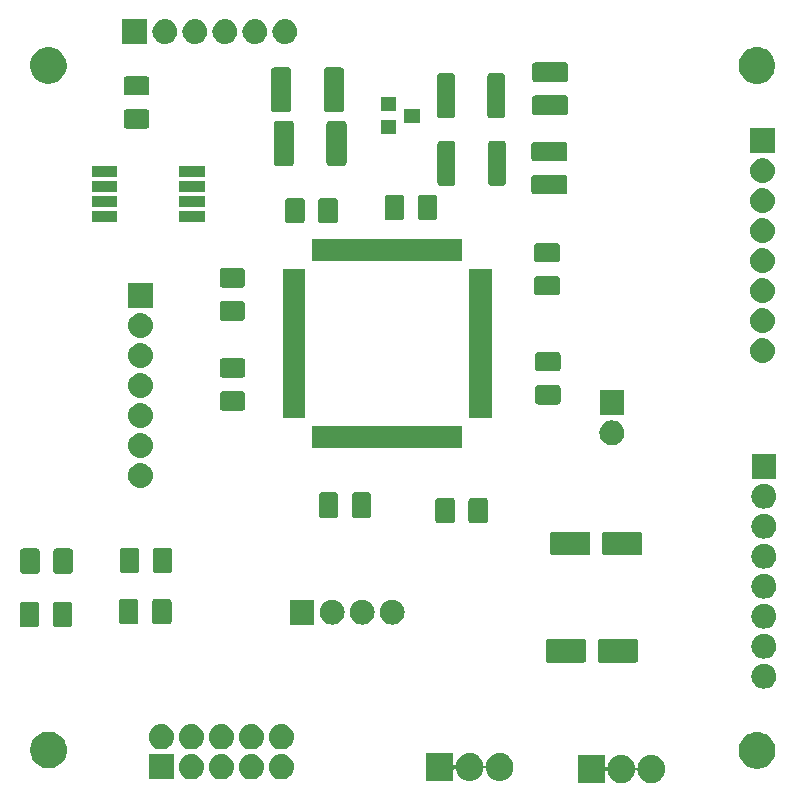
<source format=gts>
G04 #@! TF.GenerationSoftware,KiCad,Pcbnew,5.0.2-bee76a0~70~ubuntu18.10.1*
G04 #@! TF.CreationDate,2019-07-02T09:20:29-04:00*
G04 #@! TF.ProjectId,Bonaire,426f6e61-6972-4652-9e6b-696361645f70,rev?*
G04 #@! TF.SameCoordinates,Original*
G04 #@! TF.FileFunction,Soldermask,Top*
G04 #@! TF.FilePolarity,Negative*
%FSLAX46Y46*%
G04 Gerber Fmt 4.6, Leading zero omitted, Abs format (unit mm)*
G04 Created by KiCad (PCBNEW 5.0.2-bee76a0~70~ubuntu18.10.1) date Tue 02 Jul 2019 09:20:29 AM EDT*
%MOMM*%
%LPD*%
G01*
G04 APERTURE LIST*
%ADD10C,0.100000*%
G04 APERTURE END LIST*
D10*
G36*
X177060928Y-130373676D02*
X177169552Y-130406627D01*
X177278176Y-130439577D01*
X177363846Y-130485369D01*
X177478392Y-130546595D01*
X177536889Y-130594602D01*
X177653887Y-130690619D01*
X177797904Y-130866105D01*
X177904923Y-131066323D01*
X177926009Y-131135836D01*
X177970824Y-131283571D01*
X177973879Y-131314592D01*
X177987500Y-131452884D01*
X177987500Y-131661115D01*
X177982969Y-131707117D01*
X177970824Y-131830428D01*
X177937873Y-131939052D01*
X177904923Y-132047676D01*
X177861070Y-132129718D01*
X177797905Y-132247892D01*
X177785809Y-132262631D01*
X177653881Y-132423387D01*
X177478395Y-132567404D01*
X177278177Y-132674423D01*
X177169552Y-132707374D01*
X177060929Y-132740324D01*
X176835000Y-132762576D01*
X176609072Y-132740324D01*
X176500448Y-132707373D01*
X176391824Y-132674423D01*
X176191606Y-132567404D01*
X176016117Y-132423384D01*
X175884190Y-132262631D01*
X175872095Y-132247893D01*
X175774280Y-132064894D01*
X175765077Y-132047677D01*
X175709565Y-131864676D01*
X175699176Y-131830429D01*
X175689398Y-131731151D01*
X175684617Y-131707117D01*
X175675240Y-131684478D01*
X175661626Y-131664104D01*
X175644299Y-131646777D01*
X175623924Y-131633163D01*
X175601285Y-131623785D01*
X175577252Y-131619005D01*
X175552748Y-131619005D01*
X175528714Y-131623786D01*
X175506075Y-131633163D01*
X175485701Y-131646777D01*
X175468374Y-131664104D01*
X175454760Y-131684479D01*
X175445382Y-131707118D01*
X175440602Y-131731151D01*
X175430824Y-131830428D01*
X175397873Y-131939052D01*
X175364923Y-132047676D01*
X175321070Y-132129718D01*
X175257905Y-132247892D01*
X175245809Y-132262631D01*
X175113881Y-132423387D01*
X174938395Y-132567404D01*
X174738177Y-132674423D01*
X174629552Y-132707374D01*
X174520929Y-132740324D01*
X174295000Y-132762576D01*
X174069072Y-132740324D01*
X173960448Y-132707373D01*
X173851824Y-132674423D01*
X173651606Y-132567404D01*
X173476117Y-132423384D01*
X173344190Y-132262631D01*
X173332095Y-132247893D01*
X173234280Y-132064894D01*
X173225077Y-132047677D01*
X173169565Y-131864676D01*
X173159176Y-131830429D01*
X173156898Y-131807298D01*
X173152117Y-131783265D01*
X173142740Y-131760626D01*
X173129126Y-131740252D01*
X173111799Y-131722925D01*
X173091424Y-131709311D01*
X173068785Y-131699933D01*
X173044752Y-131695153D01*
X173020248Y-131695153D01*
X172996214Y-131699934D01*
X172973575Y-131709311D01*
X172953201Y-131722925D01*
X172935874Y-131740252D01*
X172922260Y-131760627D01*
X172912882Y-131783266D01*
X172907500Y-131819551D01*
X172907500Y-132757000D01*
X170602500Y-132757000D01*
X170602500Y-130357000D01*
X172907500Y-130357000D01*
X172907500Y-131294450D01*
X172909902Y-131318836D01*
X172917015Y-131342285D01*
X172928566Y-131363896D01*
X172944112Y-131382838D01*
X172963054Y-131398384D01*
X172984665Y-131409935D01*
X173008114Y-131417048D01*
X173032500Y-131419450D01*
X173056886Y-131417048D01*
X173080335Y-131409935D01*
X173101946Y-131398384D01*
X173120888Y-131382838D01*
X173136434Y-131363896D01*
X173147985Y-131342285D01*
X173156898Y-131306702D01*
X173159176Y-131283573D01*
X173159177Y-131283571D01*
X173207672Y-131123702D01*
X173225077Y-131066324D01*
X173332094Y-130866110D01*
X173332095Y-130866108D01*
X173380102Y-130807611D01*
X173476119Y-130690613D01*
X173651605Y-130546596D01*
X173851823Y-130439577D01*
X173960447Y-130406627D01*
X174069071Y-130373676D01*
X174295000Y-130351424D01*
X174520928Y-130373676D01*
X174629552Y-130406627D01*
X174738176Y-130439577D01*
X174823846Y-130485369D01*
X174938392Y-130546595D01*
X174996889Y-130594602D01*
X175113887Y-130690619D01*
X175257904Y-130866105D01*
X175364923Y-131066323D01*
X175386009Y-131135836D01*
X175430824Y-131283571D01*
X175433879Y-131314592D01*
X175440602Y-131382849D01*
X175445383Y-131406883D01*
X175454760Y-131429522D01*
X175468374Y-131449896D01*
X175485701Y-131467223D01*
X175506076Y-131480837D01*
X175528715Y-131490215D01*
X175552748Y-131494995D01*
X175577252Y-131494995D01*
X175601286Y-131490214D01*
X175623925Y-131480837D01*
X175644299Y-131467223D01*
X175661626Y-131449896D01*
X175675240Y-131429521D01*
X175684618Y-131406882D01*
X175689398Y-131382849D01*
X175696847Y-131307215D01*
X175699176Y-131283572D01*
X175747672Y-131123702D01*
X175765077Y-131066324D01*
X175872094Y-130866110D01*
X175872095Y-130866108D01*
X175920102Y-130807611D01*
X176016119Y-130690613D01*
X176191605Y-130546596D01*
X176391823Y-130439577D01*
X176500447Y-130406627D01*
X176609071Y-130373676D01*
X176835000Y-130351424D01*
X177060928Y-130373676D01*
X177060928Y-130373676D01*
G37*
G36*
X164243928Y-130190676D02*
X164352552Y-130223627D01*
X164461176Y-130256577D01*
X164561871Y-130310400D01*
X164661392Y-130363595D01*
X164689432Y-130386607D01*
X164836887Y-130507619D01*
X164980904Y-130683105D01*
X165087923Y-130883323D01*
X165114237Y-130970071D01*
X165143436Y-131066325D01*
X165153824Y-131100572D01*
X165170500Y-131269884D01*
X165170500Y-131478115D01*
X165165969Y-131524117D01*
X165153824Y-131647428D01*
X165135717Y-131707118D01*
X165087923Y-131864676D01*
X165032821Y-131967764D01*
X164980905Y-132064892D01*
X164980904Y-132064893D01*
X164836881Y-132240387D01*
X164661395Y-132384404D01*
X164461177Y-132491423D01*
X164352552Y-132524374D01*
X164243929Y-132557324D01*
X164018000Y-132579576D01*
X163792072Y-132557324D01*
X163683449Y-132524374D01*
X163574824Y-132491423D01*
X163374606Y-132384404D01*
X163199117Y-132240384D01*
X163055096Y-132064894D01*
X163055095Y-132064892D01*
X163003178Y-131967763D01*
X162948077Y-131864677D01*
X162915127Y-131756053D01*
X162882176Y-131647429D01*
X162872398Y-131548151D01*
X162867617Y-131524117D01*
X162858240Y-131501478D01*
X162844626Y-131481104D01*
X162827299Y-131463777D01*
X162806924Y-131450163D01*
X162784285Y-131440785D01*
X162760252Y-131436005D01*
X162735748Y-131436005D01*
X162711714Y-131440786D01*
X162689075Y-131450163D01*
X162668701Y-131463777D01*
X162651374Y-131481104D01*
X162637760Y-131501479D01*
X162628382Y-131524118D01*
X162623602Y-131548151D01*
X162613824Y-131647428D01*
X162595717Y-131707118D01*
X162547923Y-131864676D01*
X162492821Y-131967764D01*
X162440905Y-132064892D01*
X162440904Y-132064893D01*
X162296881Y-132240387D01*
X162121395Y-132384404D01*
X161921177Y-132491423D01*
X161812552Y-132524374D01*
X161703929Y-132557324D01*
X161478000Y-132579576D01*
X161252072Y-132557324D01*
X161143449Y-132524374D01*
X161034824Y-132491423D01*
X160834606Y-132384404D01*
X160659117Y-132240384D01*
X160515096Y-132064894D01*
X160515095Y-132064892D01*
X160463178Y-131967763D01*
X160408077Y-131864677D01*
X160375127Y-131756053D01*
X160342176Y-131647429D01*
X160339898Y-131624298D01*
X160335117Y-131600265D01*
X160325740Y-131577626D01*
X160312126Y-131557252D01*
X160294799Y-131539925D01*
X160274424Y-131526311D01*
X160251785Y-131516933D01*
X160227752Y-131512153D01*
X160203248Y-131512153D01*
X160179214Y-131516934D01*
X160156575Y-131526311D01*
X160136201Y-131539925D01*
X160118874Y-131557252D01*
X160105260Y-131577627D01*
X160095882Y-131600266D01*
X160090500Y-131636551D01*
X160090500Y-132574000D01*
X157785500Y-132574000D01*
X157785500Y-130174000D01*
X160090500Y-130174000D01*
X160090500Y-131111450D01*
X160092902Y-131135836D01*
X160100015Y-131159285D01*
X160111566Y-131180896D01*
X160127112Y-131199838D01*
X160146054Y-131215384D01*
X160167665Y-131226935D01*
X160191114Y-131234048D01*
X160215500Y-131236450D01*
X160239886Y-131234048D01*
X160263335Y-131226935D01*
X160284946Y-131215384D01*
X160303888Y-131199838D01*
X160319434Y-131180896D01*
X160330985Y-131159285D01*
X160339898Y-131123702D01*
X160342176Y-131100573D01*
X160342177Y-131100571D01*
X160408077Y-130883325D01*
X160408077Y-130883324D01*
X160515094Y-130683110D01*
X160515095Y-130683108D01*
X160568296Y-130618282D01*
X160659119Y-130507613D01*
X160834605Y-130363596D01*
X161034823Y-130256577D01*
X161143448Y-130223626D01*
X161252071Y-130190676D01*
X161478000Y-130168424D01*
X161703928Y-130190676D01*
X161812552Y-130223627D01*
X161921176Y-130256577D01*
X162021871Y-130310400D01*
X162121392Y-130363595D01*
X162149432Y-130386607D01*
X162296887Y-130507619D01*
X162440904Y-130683105D01*
X162547923Y-130883323D01*
X162574237Y-130970071D01*
X162603436Y-131066325D01*
X162613824Y-131100572D01*
X162623602Y-131199849D01*
X162628383Y-131223883D01*
X162637760Y-131246522D01*
X162651374Y-131266896D01*
X162668701Y-131284223D01*
X162689076Y-131297837D01*
X162711715Y-131307215D01*
X162735748Y-131311995D01*
X162760252Y-131311995D01*
X162784286Y-131307214D01*
X162806925Y-131297837D01*
X162827299Y-131284223D01*
X162844626Y-131266896D01*
X162858240Y-131246521D01*
X162867618Y-131223882D01*
X162872398Y-131199849D01*
X162882176Y-131100573D01*
X162882177Y-131100571D01*
X162948077Y-130883325D01*
X162948077Y-130883324D01*
X163055094Y-130683110D01*
X163055095Y-130683108D01*
X163108296Y-130618282D01*
X163199119Y-130507613D01*
X163374605Y-130363596D01*
X163574823Y-130256577D01*
X163683448Y-130223626D01*
X163792071Y-130190676D01*
X164018000Y-130168424D01*
X164243928Y-130190676D01*
X164243928Y-130190676D01*
G37*
G36*
X145720503Y-130325789D02*
X145920991Y-130386607D01*
X146105764Y-130485369D01*
X146267718Y-130618282D01*
X146400631Y-130780236D01*
X146499393Y-130965009D01*
X146560211Y-131165497D01*
X146580746Y-131374000D01*
X146560211Y-131582503D01*
X146499393Y-131782991D01*
X146400631Y-131967764D01*
X146267718Y-132129718D01*
X146105764Y-132262631D01*
X145920991Y-132361393D01*
X145720503Y-132422211D01*
X145564251Y-132437600D01*
X145459749Y-132437600D01*
X145303497Y-132422211D01*
X145103009Y-132361393D01*
X144918236Y-132262631D01*
X144756282Y-132129718D01*
X144623369Y-131967764D01*
X144524607Y-131782991D01*
X144463789Y-131582503D01*
X144443254Y-131374000D01*
X144463789Y-131165497D01*
X144524607Y-130965009D01*
X144623369Y-130780236D01*
X144756282Y-130618282D01*
X144918236Y-130485369D01*
X145103009Y-130386607D01*
X145303497Y-130325789D01*
X145459749Y-130310400D01*
X145564251Y-130310400D01*
X145720503Y-130325789D01*
X145720503Y-130325789D01*
G37*
G36*
X143180503Y-130325789D02*
X143380991Y-130386607D01*
X143565764Y-130485369D01*
X143727718Y-130618282D01*
X143860631Y-130780236D01*
X143959393Y-130965009D01*
X144020211Y-131165497D01*
X144040746Y-131374000D01*
X144020211Y-131582503D01*
X143959393Y-131782991D01*
X143860631Y-131967764D01*
X143727718Y-132129718D01*
X143565764Y-132262631D01*
X143380991Y-132361393D01*
X143180503Y-132422211D01*
X143024251Y-132437600D01*
X142919749Y-132437600D01*
X142763497Y-132422211D01*
X142563009Y-132361393D01*
X142378236Y-132262631D01*
X142216282Y-132129718D01*
X142083369Y-131967764D01*
X141984607Y-131782991D01*
X141923789Y-131582503D01*
X141903254Y-131374000D01*
X141923789Y-131165497D01*
X141984607Y-130965009D01*
X142083369Y-130780236D01*
X142216282Y-130618282D01*
X142378236Y-130485369D01*
X142563009Y-130386607D01*
X142763497Y-130325789D01*
X142919749Y-130310400D01*
X143024251Y-130310400D01*
X143180503Y-130325789D01*
X143180503Y-130325789D01*
G37*
G36*
X140640503Y-130325789D02*
X140840991Y-130386607D01*
X141025764Y-130485369D01*
X141187718Y-130618282D01*
X141320631Y-130780236D01*
X141419393Y-130965009D01*
X141480211Y-131165497D01*
X141500746Y-131374000D01*
X141480211Y-131582503D01*
X141419393Y-131782991D01*
X141320631Y-131967764D01*
X141187718Y-132129718D01*
X141025764Y-132262631D01*
X140840991Y-132361393D01*
X140640503Y-132422211D01*
X140484251Y-132437600D01*
X140379749Y-132437600D01*
X140223497Y-132422211D01*
X140023009Y-132361393D01*
X139838236Y-132262631D01*
X139676282Y-132129718D01*
X139543369Y-131967764D01*
X139444607Y-131782991D01*
X139383789Y-131582503D01*
X139363254Y-131374000D01*
X139383789Y-131165497D01*
X139444607Y-130965009D01*
X139543369Y-130780236D01*
X139676282Y-130618282D01*
X139838236Y-130485369D01*
X140023009Y-130386607D01*
X140223497Y-130325789D01*
X140379749Y-130310400D01*
X140484251Y-130310400D01*
X140640503Y-130325789D01*
X140640503Y-130325789D01*
G37*
G36*
X138100503Y-130325789D02*
X138300991Y-130386607D01*
X138485764Y-130485369D01*
X138647718Y-130618282D01*
X138780631Y-130780236D01*
X138879393Y-130965009D01*
X138940211Y-131165497D01*
X138960746Y-131374000D01*
X138940211Y-131582503D01*
X138879393Y-131782991D01*
X138780631Y-131967764D01*
X138647718Y-132129718D01*
X138485764Y-132262631D01*
X138300991Y-132361393D01*
X138100503Y-132422211D01*
X137944251Y-132437600D01*
X137839749Y-132437600D01*
X137683497Y-132422211D01*
X137483009Y-132361393D01*
X137298236Y-132262631D01*
X137136282Y-132129718D01*
X137003369Y-131967764D01*
X136904607Y-131782991D01*
X136843789Y-131582503D01*
X136823254Y-131374000D01*
X136843789Y-131165497D01*
X136904607Y-130965009D01*
X137003369Y-130780236D01*
X137136282Y-130618282D01*
X137298236Y-130485369D01*
X137483009Y-130386607D01*
X137683497Y-130325789D01*
X137839749Y-130310400D01*
X137944251Y-130310400D01*
X138100503Y-130325789D01*
X138100503Y-130325789D01*
G37*
G36*
X136415600Y-132437600D02*
X134288400Y-132437600D01*
X134288400Y-130310400D01*
X136415600Y-130310400D01*
X136415600Y-132437600D01*
X136415600Y-132437600D01*
G37*
G36*
X186046995Y-128450565D02*
X186253118Y-128491565D01*
X186436218Y-128567408D01*
X186535201Y-128608408D01*
X186789071Y-128778038D01*
X187004962Y-128993929D01*
X187174592Y-129247799D01*
X187174592Y-129247800D01*
X187291435Y-129529882D01*
X187291435Y-129529884D01*
X187351000Y-129829337D01*
X187351000Y-130134663D01*
X187343175Y-130174000D01*
X187291435Y-130434118D01*
X187215151Y-130618282D01*
X187174592Y-130716201D01*
X187004962Y-130970071D01*
X186789071Y-131185962D01*
X186535201Y-131355592D01*
X186441173Y-131394540D01*
X186253118Y-131472435D01*
X186053481Y-131512145D01*
X185953663Y-131532000D01*
X185648337Y-131532000D01*
X185548519Y-131512145D01*
X185348882Y-131472435D01*
X185160827Y-131394540D01*
X185066799Y-131355592D01*
X184812929Y-131185962D01*
X184597038Y-130970071D01*
X184427408Y-130716201D01*
X184386849Y-130618282D01*
X184310565Y-130434118D01*
X184258825Y-130174000D01*
X184251000Y-130134663D01*
X184251000Y-129829337D01*
X184310565Y-129529884D01*
X184310565Y-129529882D01*
X184427408Y-129247800D01*
X184427408Y-129247799D01*
X184597038Y-128993929D01*
X184812929Y-128778038D01*
X185066799Y-128608408D01*
X185165782Y-128567408D01*
X185348882Y-128491565D01*
X185555005Y-128450565D01*
X185648337Y-128432000D01*
X185953663Y-128432000D01*
X186046995Y-128450565D01*
X186046995Y-128450565D01*
G37*
G36*
X126079481Y-128410855D02*
X126279118Y-128450565D01*
X126467173Y-128528460D01*
X126561201Y-128567408D01*
X126815071Y-128737038D01*
X127030962Y-128952929D01*
X127200592Y-129206799D01*
X127217575Y-129247800D01*
X127317435Y-129488882D01*
X127337492Y-129589718D01*
X127377000Y-129788337D01*
X127377000Y-130093663D01*
X127362129Y-130168424D01*
X127317435Y-130393118D01*
X127253863Y-130546594D01*
X127200592Y-130675201D01*
X127030962Y-130929071D01*
X126815071Y-131144962D01*
X126561201Y-131314592D01*
X126494344Y-131342285D01*
X126279118Y-131431435D01*
X126116522Y-131463777D01*
X125979663Y-131491000D01*
X125674337Y-131491000D01*
X125537478Y-131463777D01*
X125374882Y-131431435D01*
X125159656Y-131342285D01*
X125092799Y-131314592D01*
X124838929Y-131144962D01*
X124623038Y-130929071D01*
X124453408Y-130675201D01*
X124400137Y-130546594D01*
X124336565Y-130393118D01*
X124291871Y-130168424D01*
X124277000Y-130093663D01*
X124277000Y-129788337D01*
X124316508Y-129589718D01*
X124336565Y-129488882D01*
X124436425Y-129247800D01*
X124453408Y-129206799D01*
X124623038Y-128952929D01*
X124838929Y-128737038D01*
X125092799Y-128567408D01*
X125186827Y-128528460D01*
X125374882Y-128450565D01*
X125574519Y-128410855D01*
X125674337Y-128391000D01*
X125979663Y-128391000D01*
X126079481Y-128410855D01*
X126079481Y-128410855D01*
G37*
G36*
X143180503Y-127785789D02*
X143380991Y-127846607D01*
X143565764Y-127945369D01*
X143727718Y-128078282D01*
X143860631Y-128240236D01*
X143959393Y-128425009D01*
X144020211Y-128625497D01*
X144040746Y-128834000D01*
X144020211Y-129042503D01*
X143959393Y-129242991D01*
X143860631Y-129427764D01*
X143727718Y-129589718D01*
X143565764Y-129722631D01*
X143380991Y-129821393D01*
X143180503Y-129882211D01*
X143024251Y-129897600D01*
X142919749Y-129897600D01*
X142763497Y-129882211D01*
X142563009Y-129821393D01*
X142378236Y-129722631D01*
X142216282Y-129589718D01*
X142083369Y-129427764D01*
X141984607Y-129242991D01*
X141923789Y-129042503D01*
X141903254Y-128834000D01*
X141923789Y-128625497D01*
X141984607Y-128425009D01*
X142083369Y-128240236D01*
X142216282Y-128078282D01*
X142378236Y-127945369D01*
X142563009Y-127846607D01*
X142763497Y-127785789D01*
X142919749Y-127770400D01*
X143024251Y-127770400D01*
X143180503Y-127785789D01*
X143180503Y-127785789D01*
G37*
G36*
X145720503Y-127785789D02*
X145920991Y-127846607D01*
X146105764Y-127945369D01*
X146267718Y-128078282D01*
X146400631Y-128240236D01*
X146499393Y-128425009D01*
X146560211Y-128625497D01*
X146580746Y-128834000D01*
X146560211Y-129042503D01*
X146499393Y-129242991D01*
X146400631Y-129427764D01*
X146267718Y-129589718D01*
X146105764Y-129722631D01*
X145920991Y-129821393D01*
X145720503Y-129882211D01*
X145564251Y-129897600D01*
X145459749Y-129897600D01*
X145303497Y-129882211D01*
X145103009Y-129821393D01*
X144918236Y-129722631D01*
X144756282Y-129589718D01*
X144623369Y-129427764D01*
X144524607Y-129242991D01*
X144463789Y-129042503D01*
X144443254Y-128834000D01*
X144463789Y-128625497D01*
X144524607Y-128425009D01*
X144623369Y-128240236D01*
X144756282Y-128078282D01*
X144918236Y-127945369D01*
X145103009Y-127846607D01*
X145303497Y-127785789D01*
X145459749Y-127770400D01*
X145564251Y-127770400D01*
X145720503Y-127785789D01*
X145720503Y-127785789D01*
G37*
G36*
X140640503Y-127785789D02*
X140840991Y-127846607D01*
X141025764Y-127945369D01*
X141187718Y-128078282D01*
X141320631Y-128240236D01*
X141419393Y-128425009D01*
X141480211Y-128625497D01*
X141500746Y-128834000D01*
X141480211Y-129042503D01*
X141419393Y-129242991D01*
X141320631Y-129427764D01*
X141187718Y-129589718D01*
X141025764Y-129722631D01*
X140840991Y-129821393D01*
X140640503Y-129882211D01*
X140484251Y-129897600D01*
X140379749Y-129897600D01*
X140223497Y-129882211D01*
X140023009Y-129821393D01*
X139838236Y-129722631D01*
X139676282Y-129589718D01*
X139543369Y-129427764D01*
X139444607Y-129242991D01*
X139383789Y-129042503D01*
X139363254Y-128834000D01*
X139383789Y-128625497D01*
X139444607Y-128425009D01*
X139543369Y-128240236D01*
X139676282Y-128078282D01*
X139838236Y-127945369D01*
X140023009Y-127846607D01*
X140223497Y-127785789D01*
X140379749Y-127770400D01*
X140484251Y-127770400D01*
X140640503Y-127785789D01*
X140640503Y-127785789D01*
G37*
G36*
X135560503Y-127785789D02*
X135760991Y-127846607D01*
X135945764Y-127945369D01*
X136107718Y-128078282D01*
X136240631Y-128240236D01*
X136339393Y-128425009D01*
X136400211Y-128625497D01*
X136420746Y-128834000D01*
X136400211Y-129042503D01*
X136339393Y-129242991D01*
X136240631Y-129427764D01*
X136107718Y-129589718D01*
X135945764Y-129722631D01*
X135760991Y-129821393D01*
X135560503Y-129882211D01*
X135404251Y-129897600D01*
X135299749Y-129897600D01*
X135143497Y-129882211D01*
X134943009Y-129821393D01*
X134758236Y-129722631D01*
X134596282Y-129589718D01*
X134463369Y-129427764D01*
X134364607Y-129242991D01*
X134303789Y-129042503D01*
X134283254Y-128834000D01*
X134303789Y-128625497D01*
X134364607Y-128425009D01*
X134463369Y-128240236D01*
X134596282Y-128078282D01*
X134758236Y-127945369D01*
X134943009Y-127846607D01*
X135143497Y-127785789D01*
X135299749Y-127770400D01*
X135404251Y-127770400D01*
X135560503Y-127785789D01*
X135560503Y-127785789D01*
G37*
G36*
X138100503Y-127785789D02*
X138300991Y-127846607D01*
X138485764Y-127945369D01*
X138647718Y-128078282D01*
X138780631Y-128240236D01*
X138879393Y-128425009D01*
X138940211Y-128625497D01*
X138960746Y-128834000D01*
X138940211Y-129042503D01*
X138879393Y-129242991D01*
X138780631Y-129427764D01*
X138647718Y-129589718D01*
X138485764Y-129722631D01*
X138300991Y-129821393D01*
X138100503Y-129882211D01*
X137944251Y-129897600D01*
X137839749Y-129897600D01*
X137683497Y-129882211D01*
X137483009Y-129821393D01*
X137298236Y-129722631D01*
X137136282Y-129589718D01*
X137003369Y-129427764D01*
X136904607Y-129242991D01*
X136843789Y-129042503D01*
X136823254Y-128834000D01*
X136843789Y-128625497D01*
X136904607Y-128425009D01*
X137003369Y-128240236D01*
X137136282Y-128078282D01*
X137298236Y-127945369D01*
X137483009Y-127846607D01*
X137683497Y-127785789D01*
X137839749Y-127770400D01*
X137944251Y-127770400D01*
X138100503Y-127785789D01*
X138100503Y-127785789D01*
G37*
G36*
X186513707Y-122650597D02*
X186590836Y-122658193D01*
X186722787Y-122698220D01*
X186788763Y-122718233D01*
X186971172Y-122815733D01*
X187131054Y-122946946D01*
X187262267Y-123106828D01*
X187359767Y-123289237D01*
X187359767Y-123289238D01*
X187419807Y-123487164D01*
X187440080Y-123693000D01*
X187419807Y-123898836D01*
X187379780Y-124030787D01*
X187359767Y-124096763D01*
X187262267Y-124279172D01*
X187131054Y-124439054D01*
X186971172Y-124570267D01*
X186788763Y-124667767D01*
X186722787Y-124687780D01*
X186590836Y-124727807D01*
X186513707Y-124735404D01*
X186436580Y-124743000D01*
X186333420Y-124743000D01*
X186256293Y-124735404D01*
X186179164Y-124727807D01*
X186047213Y-124687780D01*
X185981237Y-124667767D01*
X185798828Y-124570267D01*
X185638946Y-124439054D01*
X185507733Y-124279172D01*
X185410233Y-124096763D01*
X185390220Y-124030787D01*
X185350193Y-123898836D01*
X185329920Y-123693000D01*
X185350193Y-123487164D01*
X185410233Y-123289238D01*
X185410233Y-123289237D01*
X185507733Y-123106828D01*
X185638946Y-122946946D01*
X185798828Y-122815733D01*
X185981237Y-122718233D01*
X186047213Y-122698220D01*
X186179164Y-122658193D01*
X186256293Y-122650597D01*
X186333420Y-122643000D01*
X186436580Y-122643000D01*
X186513707Y-122650597D01*
X186513707Y-122650597D01*
G37*
G36*
X171137516Y-120548946D02*
X171179910Y-120561806D01*
X171218974Y-120582686D01*
X171253214Y-120610786D01*
X171281314Y-120645026D01*
X171302194Y-120684090D01*
X171315054Y-120726484D01*
X171320000Y-120776702D01*
X171320000Y-122311298D01*
X171315054Y-122361516D01*
X171302194Y-122403910D01*
X171281314Y-122442974D01*
X171253214Y-122477214D01*
X171218974Y-122505314D01*
X171179910Y-122526194D01*
X171137516Y-122539054D01*
X171087298Y-122544000D01*
X168152702Y-122544000D01*
X168102484Y-122539054D01*
X168060090Y-122526194D01*
X168021026Y-122505314D01*
X167986786Y-122477214D01*
X167958686Y-122442974D01*
X167937806Y-122403910D01*
X167924946Y-122361516D01*
X167920000Y-122311298D01*
X167920000Y-120776702D01*
X167924946Y-120726484D01*
X167937806Y-120684090D01*
X167958686Y-120645026D01*
X167986786Y-120610786D01*
X168021026Y-120582686D01*
X168060090Y-120561806D01*
X168102484Y-120548946D01*
X168152702Y-120544000D01*
X171087298Y-120544000D01*
X171137516Y-120548946D01*
X171137516Y-120548946D01*
G37*
G36*
X175537516Y-120548946D02*
X175579910Y-120561806D01*
X175618974Y-120582686D01*
X175653214Y-120610786D01*
X175681314Y-120645026D01*
X175702194Y-120684090D01*
X175715054Y-120726484D01*
X175720000Y-120776702D01*
X175720000Y-122311298D01*
X175715054Y-122361516D01*
X175702194Y-122403910D01*
X175681314Y-122442974D01*
X175653214Y-122477214D01*
X175618974Y-122505314D01*
X175579910Y-122526194D01*
X175537516Y-122539054D01*
X175487298Y-122544000D01*
X172552702Y-122544000D01*
X172502484Y-122539054D01*
X172460090Y-122526194D01*
X172421026Y-122505314D01*
X172386786Y-122477214D01*
X172358686Y-122442974D01*
X172337806Y-122403910D01*
X172324946Y-122361516D01*
X172320000Y-122311298D01*
X172320000Y-120776702D01*
X172324946Y-120726484D01*
X172337806Y-120684090D01*
X172358686Y-120645026D01*
X172386786Y-120610786D01*
X172421026Y-120582686D01*
X172460090Y-120561806D01*
X172502484Y-120548946D01*
X172552702Y-120544000D01*
X175487298Y-120544000D01*
X175537516Y-120548946D01*
X175537516Y-120548946D01*
G37*
G36*
X186513707Y-120110596D02*
X186590836Y-120118193D01*
X186722787Y-120158220D01*
X186788763Y-120178233D01*
X186971172Y-120275733D01*
X187131054Y-120406946D01*
X187262267Y-120566828D01*
X187359767Y-120749237D01*
X187359767Y-120749238D01*
X187419807Y-120947164D01*
X187440080Y-121153000D01*
X187419807Y-121358836D01*
X187379780Y-121490787D01*
X187359767Y-121556763D01*
X187262267Y-121739172D01*
X187131054Y-121899054D01*
X186971172Y-122030267D01*
X186788763Y-122127767D01*
X186722787Y-122147780D01*
X186590836Y-122187807D01*
X186513707Y-122195404D01*
X186436580Y-122203000D01*
X186333420Y-122203000D01*
X186256293Y-122195404D01*
X186179164Y-122187807D01*
X186047213Y-122147780D01*
X185981237Y-122127767D01*
X185798828Y-122030267D01*
X185638946Y-121899054D01*
X185507733Y-121739172D01*
X185410233Y-121556763D01*
X185390220Y-121490787D01*
X185350193Y-121358836D01*
X185329920Y-121153000D01*
X185350193Y-120947164D01*
X185410233Y-120749238D01*
X185410233Y-120749237D01*
X185507733Y-120566828D01*
X185638946Y-120406946D01*
X185798828Y-120275733D01*
X185981237Y-120178233D01*
X186047213Y-120158220D01*
X186179164Y-120118193D01*
X186256293Y-120110596D01*
X186333420Y-120103000D01*
X186436580Y-120103000D01*
X186513707Y-120110596D01*
X186513707Y-120110596D01*
G37*
G36*
X186513707Y-117570596D02*
X186590836Y-117578193D01*
X186711230Y-117614714D01*
X186788763Y-117638233D01*
X186971172Y-117735733D01*
X187131054Y-117866946D01*
X187262267Y-118026828D01*
X187359767Y-118209237D01*
X187359767Y-118209238D01*
X187419807Y-118407164D01*
X187440080Y-118613000D01*
X187419807Y-118818836D01*
X187407571Y-118859172D01*
X187359767Y-119016763D01*
X187262267Y-119199172D01*
X187131054Y-119359054D01*
X186971172Y-119490267D01*
X186788763Y-119587767D01*
X186722787Y-119607780D01*
X186590836Y-119647807D01*
X186513707Y-119655404D01*
X186436580Y-119663000D01*
X186333420Y-119663000D01*
X186256293Y-119655404D01*
X186179164Y-119647807D01*
X186047213Y-119607780D01*
X185981237Y-119587767D01*
X185798828Y-119490267D01*
X185638946Y-119359054D01*
X185507733Y-119199172D01*
X185410233Y-119016763D01*
X185362429Y-118859172D01*
X185350193Y-118818836D01*
X185329920Y-118613000D01*
X185350193Y-118407164D01*
X185410233Y-118209238D01*
X185410233Y-118209237D01*
X185507733Y-118026828D01*
X185638946Y-117866946D01*
X185798828Y-117735733D01*
X185981237Y-117638233D01*
X186058770Y-117614714D01*
X186179164Y-117578193D01*
X186256293Y-117570596D01*
X186333420Y-117563000D01*
X186436580Y-117563000D01*
X186513707Y-117570596D01*
X186513707Y-117570596D01*
G37*
G36*
X124805628Y-117416493D02*
X124853354Y-117430970D01*
X124897336Y-117454479D01*
X124935885Y-117486115D01*
X124967521Y-117524664D01*
X124991030Y-117568646D01*
X125005507Y-117616372D01*
X125011000Y-117672141D01*
X125011000Y-119299859D01*
X125005507Y-119355628D01*
X124991030Y-119403354D01*
X124967521Y-119447336D01*
X124935885Y-119485885D01*
X124897336Y-119517521D01*
X124853354Y-119541030D01*
X124805628Y-119555507D01*
X124749859Y-119561000D01*
X123622141Y-119561000D01*
X123566372Y-119555507D01*
X123518646Y-119541030D01*
X123474664Y-119517521D01*
X123436115Y-119485885D01*
X123404479Y-119447336D01*
X123380970Y-119403354D01*
X123366493Y-119355628D01*
X123361000Y-119299859D01*
X123361000Y-117672141D01*
X123366493Y-117616372D01*
X123380970Y-117568646D01*
X123404479Y-117524664D01*
X123436115Y-117486115D01*
X123474664Y-117454479D01*
X123518646Y-117430970D01*
X123566372Y-117416493D01*
X123622141Y-117411000D01*
X124749859Y-117411000D01*
X124805628Y-117416493D01*
X124805628Y-117416493D01*
G37*
G36*
X127605628Y-117416493D02*
X127653354Y-117430970D01*
X127697336Y-117454479D01*
X127735885Y-117486115D01*
X127767521Y-117524664D01*
X127791030Y-117568646D01*
X127805507Y-117616372D01*
X127811000Y-117672141D01*
X127811000Y-119299859D01*
X127805507Y-119355628D01*
X127791030Y-119403354D01*
X127767521Y-119447336D01*
X127735885Y-119485885D01*
X127697336Y-119517521D01*
X127653354Y-119541030D01*
X127605628Y-119555507D01*
X127549859Y-119561000D01*
X126422141Y-119561000D01*
X126366372Y-119555507D01*
X126318646Y-119541030D01*
X126274664Y-119517521D01*
X126236115Y-119485885D01*
X126204479Y-119447336D01*
X126180970Y-119403354D01*
X126166493Y-119355628D01*
X126161000Y-119299859D01*
X126161000Y-117672141D01*
X126166493Y-117616372D01*
X126180970Y-117568646D01*
X126204479Y-117524664D01*
X126236115Y-117486115D01*
X126274664Y-117454479D01*
X126318646Y-117430970D01*
X126366372Y-117416493D01*
X126422141Y-117411000D01*
X127549859Y-117411000D01*
X127605628Y-117416493D01*
X127605628Y-117416493D01*
G37*
G36*
X148329000Y-119323000D02*
X146229000Y-119323000D01*
X146229000Y-117223000D01*
X148329000Y-117223000D01*
X148329000Y-119323000D01*
X148329000Y-119323000D01*
G37*
G36*
X149947707Y-117230597D02*
X150024836Y-117238193D01*
X150156787Y-117278220D01*
X150222763Y-117298233D01*
X150405172Y-117395733D01*
X150565054Y-117526946D01*
X150696267Y-117686828D01*
X150793767Y-117869237D01*
X150793767Y-117869238D01*
X150853807Y-118067164D01*
X150874080Y-118273000D01*
X150853807Y-118478836D01*
X150813780Y-118610787D01*
X150793767Y-118676763D01*
X150696267Y-118859172D01*
X150565054Y-119019054D01*
X150405172Y-119150267D01*
X150222763Y-119247767D01*
X150176238Y-119261880D01*
X150024836Y-119307807D01*
X149947707Y-119315404D01*
X149870580Y-119323000D01*
X149767420Y-119323000D01*
X149690293Y-119315404D01*
X149613164Y-119307807D01*
X149461762Y-119261880D01*
X149415237Y-119247767D01*
X149232828Y-119150267D01*
X149072946Y-119019054D01*
X148941733Y-118859172D01*
X148844233Y-118676763D01*
X148824220Y-118610787D01*
X148784193Y-118478836D01*
X148763920Y-118273000D01*
X148784193Y-118067164D01*
X148844233Y-117869238D01*
X148844233Y-117869237D01*
X148941733Y-117686828D01*
X149072946Y-117526946D01*
X149232828Y-117395733D01*
X149415237Y-117298233D01*
X149481213Y-117278220D01*
X149613164Y-117238193D01*
X149690293Y-117230597D01*
X149767420Y-117223000D01*
X149870580Y-117223000D01*
X149947707Y-117230597D01*
X149947707Y-117230597D01*
G37*
G36*
X155027707Y-117230597D02*
X155104836Y-117238193D01*
X155236787Y-117278220D01*
X155302763Y-117298233D01*
X155485172Y-117395733D01*
X155645054Y-117526946D01*
X155776267Y-117686828D01*
X155873767Y-117869237D01*
X155873767Y-117869238D01*
X155933807Y-118067164D01*
X155954080Y-118273000D01*
X155933807Y-118478836D01*
X155893780Y-118610787D01*
X155873767Y-118676763D01*
X155776267Y-118859172D01*
X155645054Y-119019054D01*
X155485172Y-119150267D01*
X155302763Y-119247767D01*
X155256238Y-119261880D01*
X155104836Y-119307807D01*
X155027707Y-119315404D01*
X154950580Y-119323000D01*
X154847420Y-119323000D01*
X154770293Y-119315404D01*
X154693164Y-119307807D01*
X154541762Y-119261880D01*
X154495237Y-119247767D01*
X154312828Y-119150267D01*
X154152946Y-119019054D01*
X154021733Y-118859172D01*
X153924233Y-118676763D01*
X153904220Y-118610787D01*
X153864193Y-118478836D01*
X153843920Y-118273000D01*
X153864193Y-118067164D01*
X153924233Y-117869238D01*
X153924233Y-117869237D01*
X154021733Y-117686828D01*
X154152946Y-117526946D01*
X154312828Y-117395733D01*
X154495237Y-117298233D01*
X154561213Y-117278220D01*
X154693164Y-117238193D01*
X154770293Y-117230597D01*
X154847420Y-117223000D01*
X154950580Y-117223000D01*
X155027707Y-117230597D01*
X155027707Y-117230597D01*
G37*
G36*
X152487707Y-117230597D02*
X152564836Y-117238193D01*
X152696787Y-117278220D01*
X152762763Y-117298233D01*
X152945172Y-117395733D01*
X153105054Y-117526946D01*
X153236267Y-117686828D01*
X153333767Y-117869237D01*
X153333767Y-117869238D01*
X153393807Y-118067164D01*
X153414080Y-118273000D01*
X153393807Y-118478836D01*
X153353780Y-118610787D01*
X153333767Y-118676763D01*
X153236267Y-118859172D01*
X153105054Y-119019054D01*
X152945172Y-119150267D01*
X152762763Y-119247767D01*
X152716238Y-119261880D01*
X152564836Y-119307807D01*
X152487707Y-119315404D01*
X152410580Y-119323000D01*
X152307420Y-119323000D01*
X152230293Y-119315404D01*
X152153164Y-119307807D01*
X152001762Y-119261880D01*
X151955237Y-119247767D01*
X151772828Y-119150267D01*
X151612946Y-119019054D01*
X151481733Y-118859172D01*
X151384233Y-118676763D01*
X151364220Y-118610787D01*
X151324193Y-118478836D01*
X151303920Y-118273000D01*
X151324193Y-118067164D01*
X151384233Y-117869238D01*
X151384233Y-117869237D01*
X151481733Y-117686828D01*
X151612946Y-117526946D01*
X151772828Y-117395733D01*
X151955237Y-117298233D01*
X152021213Y-117278220D01*
X152153164Y-117238193D01*
X152230293Y-117230597D01*
X152307420Y-117223000D01*
X152410580Y-117223000D01*
X152487707Y-117230597D01*
X152487707Y-117230597D01*
G37*
G36*
X136022628Y-117142493D02*
X136070354Y-117156970D01*
X136114336Y-117180479D01*
X136152885Y-117212115D01*
X136184521Y-117250664D01*
X136208030Y-117294646D01*
X136222507Y-117342372D01*
X136228000Y-117398141D01*
X136228000Y-119025859D01*
X136222507Y-119081628D01*
X136208030Y-119129354D01*
X136184521Y-119173336D01*
X136152885Y-119211885D01*
X136114336Y-119243521D01*
X136070354Y-119267030D01*
X136022628Y-119281507D01*
X135966859Y-119287000D01*
X134839141Y-119287000D01*
X134783372Y-119281507D01*
X134735646Y-119267030D01*
X134691664Y-119243521D01*
X134653115Y-119211885D01*
X134621479Y-119173336D01*
X134597970Y-119129354D01*
X134583493Y-119081628D01*
X134578000Y-119025859D01*
X134578000Y-117398141D01*
X134583493Y-117342372D01*
X134597970Y-117294646D01*
X134621479Y-117250664D01*
X134653115Y-117212115D01*
X134691664Y-117180479D01*
X134735646Y-117156970D01*
X134783372Y-117142493D01*
X134839141Y-117137000D01*
X135966859Y-117137000D01*
X136022628Y-117142493D01*
X136022628Y-117142493D01*
G37*
G36*
X133222628Y-117142493D02*
X133270354Y-117156970D01*
X133314336Y-117180479D01*
X133352885Y-117212115D01*
X133384521Y-117250664D01*
X133408030Y-117294646D01*
X133422507Y-117342372D01*
X133428000Y-117398141D01*
X133428000Y-119025859D01*
X133422507Y-119081628D01*
X133408030Y-119129354D01*
X133384521Y-119173336D01*
X133352885Y-119211885D01*
X133314336Y-119243521D01*
X133270354Y-119267030D01*
X133222628Y-119281507D01*
X133166859Y-119287000D01*
X132039141Y-119287000D01*
X131983372Y-119281507D01*
X131935646Y-119267030D01*
X131891664Y-119243521D01*
X131853115Y-119211885D01*
X131821479Y-119173336D01*
X131797970Y-119129354D01*
X131783493Y-119081628D01*
X131778000Y-119025859D01*
X131778000Y-117398141D01*
X131783493Y-117342372D01*
X131797970Y-117294646D01*
X131821479Y-117250664D01*
X131853115Y-117212115D01*
X131891664Y-117180479D01*
X131935646Y-117156970D01*
X131983372Y-117142493D01*
X132039141Y-117137000D01*
X133166859Y-117137000D01*
X133222628Y-117142493D01*
X133222628Y-117142493D01*
G37*
G36*
X186513707Y-115030597D02*
X186590836Y-115038193D01*
X186722787Y-115078220D01*
X186788763Y-115098233D01*
X186971172Y-115195733D01*
X187131054Y-115326946D01*
X187262267Y-115486828D01*
X187359767Y-115669237D01*
X187359767Y-115669238D01*
X187419807Y-115867164D01*
X187440080Y-116073000D01*
X187419807Y-116278836D01*
X187379780Y-116410787D01*
X187359767Y-116476763D01*
X187262267Y-116659172D01*
X187131054Y-116819054D01*
X186971172Y-116950267D01*
X186788763Y-117047767D01*
X186722787Y-117067780D01*
X186590836Y-117107807D01*
X186513707Y-117115404D01*
X186436580Y-117123000D01*
X186333420Y-117123000D01*
X186256293Y-117115404D01*
X186179164Y-117107807D01*
X186047213Y-117067780D01*
X185981237Y-117047767D01*
X185798828Y-116950267D01*
X185638946Y-116819054D01*
X185507733Y-116659172D01*
X185410233Y-116476763D01*
X185390220Y-116410787D01*
X185350193Y-116278836D01*
X185329920Y-116073000D01*
X185350193Y-115867164D01*
X185410233Y-115669238D01*
X185410233Y-115669237D01*
X185507733Y-115486828D01*
X185638946Y-115326946D01*
X185798828Y-115195733D01*
X185981237Y-115098233D01*
X186047213Y-115078220D01*
X186179164Y-115038193D01*
X186256293Y-115030597D01*
X186333420Y-115023000D01*
X186436580Y-115023000D01*
X186513707Y-115030597D01*
X186513707Y-115030597D01*
G37*
G36*
X127661628Y-112874493D02*
X127709354Y-112888970D01*
X127753336Y-112912479D01*
X127791885Y-112944115D01*
X127823521Y-112982664D01*
X127847030Y-113026646D01*
X127861507Y-113074372D01*
X127867000Y-113130141D01*
X127867000Y-114757859D01*
X127861507Y-114813628D01*
X127847030Y-114861354D01*
X127823521Y-114905336D01*
X127791885Y-114943885D01*
X127753336Y-114975521D01*
X127709354Y-114999030D01*
X127661628Y-115013507D01*
X127605859Y-115019000D01*
X126478141Y-115019000D01*
X126422372Y-115013507D01*
X126374646Y-114999030D01*
X126330664Y-114975521D01*
X126292115Y-114943885D01*
X126260479Y-114905336D01*
X126236970Y-114861354D01*
X126222493Y-114813628D01*
X126217000Y-114757859D01*
X126217000Y-113130141D01*
X126222493Y-113074372D01*
X126236970Y-113026646D01*
X126260479Y-112982664D01*
X126292115Y-112944115D01*
X126330664Y-112912479D01*
X126374646Y-112888970D01*
X126422372Y-112874493D01*
X126478141Y-112869000D01*
X127605859Y-112869000D01*
X127661628Y-112874493D01*
X127661628Y-112874493D01*
G37*
G36*
X124861628Y-112874493D02*
X124909354Y-112888970D01*
X124953336Y-112912479D01*
X124991885Y-112944115D01*
X125023521Y-112982664D01*
X125047030Y-113026646D01*
X125061507Y-113074372D01*
X125067000Y-113130141D01*
X125067000Y-114757859D01*
X125061507Y-114813628D01*
X125047030Y-114861354D01*
X125023521Y-114905336D01*
X124991885Y-114943885D01*
X124953336Y-114975521D01*
X124909354Y-114999030D01*
X124861628Y-115013507D01*
X124805859Y-115019000D01*
X123678141Y-115019000D01*
X123622372Y-115013507D01*
X123574646Y-114999030D01*
X123530664Y-114975521D01*
X123492115Y-114943885D01*
X123460479Y-114905336D01*
X123436970Y-114861354D01*
X123422493Y-114813628D01*
X123417000Y-114757859D01*
X123417000Y-113130141D01*
X123422493Y-113074372D01*
X123436970Y-113026646D01*
X123460479Y-112982664D01*
X123492115Y-112944115D01*
X123530664Y-112912479D01*
X123574646Y-112888970D01*
X123622372Y-112874493D01*
X123678141Y-112869000D01*
X124805859Y-112869000D01*
X124861628Y-112874493D01*
X124861628Y-112874493D01*
G37*
G36*
X133278628Y-112819493D02*
X133326354Y-112833970D01*
X133370336Y-112857479D01*
X133408885Y-112889115D01*
X133440521Y-112927664D01*
X133464030Y-112971646D01*
X133478507Y-113019372D01*
X133484000Y-113075141D01*
X133484000Y-114702859D01*
X133478507Y-114758628D01*
X133464030Y-114806354D01*
X133440521Y-114850336D01*
X133408885Y-114888885D01*
X133370336Y-114920521D01*
X133326354Y-114944030D01*
X133278628Y-114958507D01*
X133222859Y-114964000D01*
X132095141Y-114964000D01*
X132039372Y-114958507D01*
X131991646Y-114944030D01*
X131947664Y-114920521D01*
X131909115Y-114888885D01*
X131877479Y-114850336D01*
X131853970Y-114806354D01*
X131839493Y-114758628D01*
X131834000Y-114702859D01*
X131834000Y-113075141D01*
X131839493Y-113019372D01*
X131853970Y-112971646D01*
X131877479Y-112927664D01*
X131909115Y-112889115D01*
X131947664Y-112857479D01*
X131991646Y-112833970D01*
X132039372Y-112819493D01*
X132095141Y-112814000D01*
X133222859Y-112814000D01*
X133278628Y-112819493D01*
X133278628Y-112819493D01*
G37*
G36*
X136078628Y-112819493D02*
X136126354Y-112833970D01*
X136170336Y-112857479D01*
X136208885Y-112889115D01*
X136240521Y-112927664D01*
X136264030Y-112971646D01*
X136278507Y-113019372D01*
X136284000Y-113075141D01*
X136284000Y-114702859D01*
X136278507Y-114758628D01*
X136264030Y-114806354D01*
X136240521Y-114850336D01*
X136208885Y-114888885D01*
X136170336Y-114920521D01*
X136126354Y-114944030D01*
X136078628Y-114958507D01*
X136022859Y-114964000D01*
X134895141Y-114964000D01*
X134839372Y-114958507D01*
X134791646Y-114944030D01*
X134747664Y-114920521D01*
X134709115Y-114888885D01*
X134677479Y-114850336D01*
X134653970Y-114806354D01*
X134639493Y-114758628D01*
X134634000Y-114702859D01*
X134634000Y-113075141D01*
X134639493Y-113019372D01*
X134653970Y-112971646D01*
X134677479Y-112927664D01*
X134709115Y-112889115D01*
X134747664Y-112857479D01*
X134791646Y-112833970D01*
X134839372Y-112819493D01*
X134895141Y-112814000D01*
X136022859Y-112814000D01*
X136078628Y-112819493D01*
X136078628Y-112819493D01*
G37*
G36*
X186513707Y-112490597D02*
X186590836Y-112498193D01*
X186722787Y-112538220D01*
X186788763Y-112558233D01*
X186971172Y-112655733D01*
X187131054Y-112786946D01*
X187262267Y-112946828D01*
X187359767Y-113129237D01*
X187359767Y-113129238D01*
X187419807Y-113327164D01*
X187440080Y-113533000D01*
X187419807Y-113738836D01*
X187379780Y-113870787D01*
X187359767Y-113936763D01*
X187262267Y-114119172D01*
X187131054Y-114279054D01*
X186971172Y-114410267D01*
X186788763Y-114507767D01*
X186722787Y-114527780D01*
X186590836Y-114567807D01*
X186513707Y-114575404D01*
X186436580Y-114583000D01*
X186333420Y-114583000D01*
X186256293Y-114575404D01*
X186179164Y-114567807D01*
X186047213Y-114527780D01*
X185981237Y-114507767D01*
X185798828Y-114410267D01*
X185638946Y-114279054D01*
X185507733Y-114119172D01*
X185410233Y-113936763D01*
X185390220Y-113870787D01*
X185350193Y-113738836D01*
X185329920Y-113533000D01*
X185350193Y-113327164D01*
X185410233Y-113129238D01*
X185410233Y-113129237D01*
X185507733Y-112946828D01*
X185638946Y-112786946D01*
X185798828Y-112655733D01*
X185981237Y-112558233D01*
X186047213Y-112538220D01*
X186179164Y-112498193D01*
X186256293Y-112490597D01*
X186333420Y-112483000D01*
X186436580Y-112483000D01*
X186513707Y-112490597D01*
X186513707Y-112490597D01*
G37*
G36*
X171503516Y-111465946D02*
X171545910Y-111478806D01*
X171584974Y-111499686D01*
X171619214Y-111527786D01*
X171647314Y-111562026D01*
X171668194Y-111601090D01*
X171681054Y-111643484D01*
X171686000Y-111693702D01*
X171686000Y-113228298D01*
X171681054Y-113278516D01*
X171668194Y-113320910D01*
X171647314Y-113359974D01*
X171619214Y-113394214D01*
X171584974Y-113422314D01*
X171545910Y-113443194D01*
X171503516Y-113456054D01*
X171453298Y-113461000D01*
X168518702Y-113461000D01*
X168468484Y-113456054D01*
X168426090Y-113443194D01*
X168387026Y-113422314D01*
X168352786Y-113394214D01*
X168324686Y-113359974D01*
X168303806Y-113320910D01*
X168290946Y-113278516D01*
X168286000Y-113228298D01*
X168286000Y-111693702D01*
X168290946Y-111643484D01*
X168303806Y-111601090D01*
X168324686Y-111562026D01*
X168352786Y-111527786D01*
X168387026Y-111499686D01*
X168426090Y-111478806D01*
X168468484Y-111465946D01*
X168518702Y-111461000D01*
X171453298Y-111461000D01*
X171503516Y-111465946D01*
X171503516Y-111465946D01*
G37*
G36*
X175903516Y-111465946D02*
X175945910Y-111478806D01*
X175984974Y-111499686D01*
X176019214Y-111527786D01*
X176047314Y-111562026D01*
X176068194Y-111601090D01*
X176081054Y-111643484D01*
X176086000Y-111693702D01*
X176086000Y-113228298D01*
X176081054Y-113278516D01*
X176068194Y-113320910D01*
X176047314Y-113359974D01*
X176019214Y-113394214D01*
X175984974Y-113422314D01*
X175945910Y-113443194D01*
X175903516Y-113456054D01*
X175853298Y-113461000D01*
X172918702Y-113461000D01*
X172868484Y-113456054D01*
X172826090Y-113443194D01*
X172787026Y-113422314D01*
X172752786Y-113394214D01*
X172724686Y-113359974D01*
X172703806Y-113320910D01*
X172690946Y-113278516D01*
X172686000Y-113228298D01*
X172686000Y-111693702D01*
X172690946Y-111643484D01*
X172703806Y-111601090D01*
X172724686Y-111562026D01*
X172752786Y-111527786D01*
X172787026Y-111499686D01*
X172826090Y-111478806D01*
X172868484Y-111465946D01*
X172918702Y-111461000D01*
X175853298Y-111461000D01*
X175903516Y-111465946D01*
X175903516Y-111465946D01*
G37*
G36*
X186513707Y-109950596D02*
X186590836Y-109958193D01*
X186722787Y-109998220D01*
X186788763Y-110018233D01*
X186971172Y-110115733D01*
X187131054Y-110246946D01*
X187262267Y-110406828D01*
X187359767Y-110589237D01*
X187375270Y-110640345D01*
X187419807Y-110787164D01*
X187440080Y-110993000D01*
X187419807Y-111198836D01*
X187379780Y-111330787D01*
X187359767Y-111396763D01*
X187262267Y-111579172D01*
X187131054Y-111739054D01*
X186971172Y-111870267D01*
X186788763Y-111967767D01*
X186722787Y-111987780D01*
X186590836Y-112027807D01*
X186513707Y-112035403D01*
X186436580Y-112043000D01*
X186333420Y-112043000D01*
X186256293Y-112035403D01*
X186179164Y-112027807D01*
X186047213Y-111987780D01*
X185981237Y-111967767D01*
X185798828Y-111870267D01*
X185638946Y-111739054D01*
X185507733Y-111579172D01*
X185410233Y-111396763D01*
X185390220Y-111330787D01*
X185350193Y-111198836D01*
X185329920Y-110993000D01*
X185350193Y-110787164D01*
X185394730Y-110640345D01*
X185410233Y-110589237D01*
X185507733Y-110406828D01*
X185638946Y-110246946D01*
X185798828Y-110115733D01*
X185981237Y-110018233D01*
X186047213Y-109998220D01*
X186179164Y-109958193D01*
X186256293Y-109950596D01*
X186333420Y-109943000D01*
X186436580Y-109943000D01*
X186513707Y-109950596D01*
X186513707Y-109950596D01*
G37*
G36*
X160013628Y-108592493D02*
X160061354Y-108606970D01*
X160105336Y-108630479D01*
X160143885Y-108662115D01*
X160175521Y-108700664D01*
X160199030Y-108744646D01*
X160213507Y-108792372D01*
X160219000Y-108848141D01*
X160219000Y-110475859D01*
X160213507Y-110531628D01*
X160199030Y-110579354D01*
X160175521Y-110623336D01*
X160143885Y-110661885D01*
X160105336Y-110693521D01*
X160061354Y-110717030D01*
X160013628Y-110731507D01*
X159957859Y-110737000D01*
X158830141Y-110737000D01*
X158774372Y-110731507D01*
X158726646Y-110717030D01*
X158682664Y-110693521D01*
X158644115Y-110661885D01*
X158612479Y-110623336D01*
X158588970Y-110579354D01*
X158574493Y-110531628D01*
X158569000Y-110475859D01*
X158569000Y-108848141D01*
X158574493Y-108792372D01*
X158588970Y-108744646D01*
X158612479Y-108700664D01*
X158644115Y-108662115D01*
X158682664Y-108630479D01*
X158726646Y-108606970D01*
X158774372Y-108592493D01*
X158830141Y-108587000D01*
X159957859Y-108587000D01*
X160013628Y-108592493D01*
X160013628Y-108592493D01*
G37*
G36*
X162813628Y-108592493D02*
X162861354Y-108606970D01*
X162905336Y-108630479D01*
X162943885Y-108662115D01*
X162975521Y-108700664D01*
X162999030Y-108744646D01*
X163013507Y-108792372D01*
X163019000Y-108848141D01*
X163019000Y-110475859D01*
X163013507Y-110531628D01*
X162999030Y-110579354D01*
X162975521Y-110623336D01*
X162943885Y-110661885D01*
X162905336Y-110693521D01*
X162861354Y-110717030D01*
X162813628Y-110731507D01*
X162757859Y-110737000D01*
X161630141Y-110737000D01*
X161574372Y-110731507D01*
X161526646Y-110717030D01*
X161482664Y-110693521D01*
X161444115Y-110661885D01*
X161412479Y-110623336D01*
X161388970Y-110579354D01*
X161374493Y-110531628D01*
X161369000Y-110475859D01*
X161369000Y-108848141D01*
X161374493Y-108792372D01*
X161388970Y-108744646D01*
X161412479Y-108700664D01*
X161444115Y-108662115D01*
X161482664Y-108630479D01*
X161526646Y-108606970D01*
X161574372Y-108592493D01*
X161630141Y-108587000D01*
X162757859Y-108587000D01*
X162813628Y-108592493D01*
X162813628Y-108592493D01*
G37*
G36*
X152928628Y-108140493D02*
X152976354Y-108154970D01*
X153020336Y-108178479D01*
X153058885Y-108210115D01*
X153090521Y-108248664D01*
X153114030Y-108292646D01*
X153128507Y-108340372D01*
X153134000Y-108396141D01*
X153134000Y-110023859D01*
X153128507Y-110079628D01*
X153114030Y-110127354D01*
X153090521Y-110171336D01*
X153058885Y-110209885D01*
X153020336Y-110241521D01*
X152976354Y-110265030D01*
X152928628Y-110279507D01*
X152872859Y-110285000D01*
X151745141Y-110285000D01*
X151689372Y-110279507D01*
X151641646Y-110265030D01*
X151597664Y-110241521D01*
X151559115Y-110209885D01*
X151527479Y-110171336D01*
X151503970Y-110127354D01*
X151489493Y-110079628D01*
X151484000Y-110023859D01*
X151484000Y-108396141D01*
X151489493Y-108340372D01*
X151503970Y-108292646D01*
X151527479Y-108248664D01*
X151559115Y-108210115D01*
X151597664Y-108178479D01*
X151641646Y-108154970D01*
X151689372Y-108140493D01*
X151745141Y-108135000D01*
X152872859Y-108135000D01*
X152928628Y-108140493D01*
X152928628Y-108140493D01*
G37*
G36*
X150128628Y-108140493D02*
X150176354Y-108154970D01*
X150220336Y-108178479D01*
X150258885Y-108210115D01*
X150290521Y-108248664D01*
X150314030Y-108292646D01*
X150328507Y-108340372D01*
X150334000Y-108396141D01*
X150334000Y-110023859D01*
X150328507Y-110079628D01*
X150314030Y-110127354D01*
X150290521Y-110171336D01*
X150258885Y-110209885D01*
X150220336Y-110241521D01*
X150176354Y-110265030D01*
X150128628Y-110279507D01*
X150072859Y-110285000D01*
X148945141Y-110285000D01*
X148889372Y-110279507D01*
X148841646Y-110265030D01*
X148797664Y-110241521D01*
X148759115Y-110209885D01*
X148727479Y-110171336D01*
X148703970Y-110127354D01*
X148689493Y-110079628D01*
X148684000Y-110023859D01*
X148684000Y-108396141D01*
X148689493Y-108340372D01*
X148703970Y-108292646D01*
X148727479Y-108248664D01*
X148759115Y-108210115D01*
X148797664Y-108178479D01*
X148841646Y-108154970D01*
X148889372Y-108140493D01*
X148945141Y-108135000D01*
X150072859Y-108135000D01*
X150128628Y-108140493D01*
X150128628Y-108140493D01*
G37*
G36*
X186513707Y-107410596D02*
X186590836Y-107418193D01*
X186722787Y-107458220D01*
X186788763Y-107478233D01*
X186971172Y-107575733D01*
X187131054Y-107706946D01*
X187262267Y-107866828D01*
X187359767Y-108049237D01*
X187359767Y-108049238D01*
X187419807Y-108247164D01*
X187440080Y-108453000D01*
X187419807Y-108658836D01*
X187397109Y-108733662D01*
X187359767Y-108856763D01*
X187262267Y-109039172D01*
X187131054Y-109199054D01*
X186971172Y-109330267D01*
X186788763Y-109427767D01*
X186722787Y-109447780D01*
X186590836Y-109487807D01*
X186513707Y-109495403D01*
X186436580Y-109503000D01*
X186333420Y-109503000D01*
X186256293Y-109495403D01*
X186179164Y-109487807D01*
X186047213Y-109447780D01*
X185981237Y-109427767D01*
X185798828Y-109330267D01*
X185638946Y-109199054D01*
X185507733Y-109039172D01*
X185410233Y-108856763D01*
X185372891Y-108733662D01*
X185350193Y-108658836D01*
X185329920Y-108453000D01*
X185350193Y-108247164D01*
X185410233Y-108049238D01*
X185410233Y-108049237D01*
X185507733Y-107866828D01*
X185638946Y-107706946D01*
X185798828Y-107575733D01*
X185981237Y-107478233D01*
X186047213Y-107458220D01*
X186179164Y-107418193D01*
X186256293Y-107410596D01*
X186333420Y-107403000D01*
X186436580Y-107403000D01*
X186513707Y-107410596D01*
X186513707Y-107410596D01*
G37*
G36*
X133727707Y-105652797D02*
X133804836Y-105660393D01*
X133936787Y-105700420D01*
X134002763Y-105720433D01*
X134185172Y-105817933D01*
X134345054Y-105949146D01*
X134476267Y-106109028D01*
X134573767Y-106291437D01*
X134573767Y-106291438D01*
X134633807Y-106489364D01*
X134654080Y-106695200D01*
X134633807Y-106901036D01*
X134615010Y-106963000D01*
X134573767Y-107098963D01*
X134476267Y-107281372D01*
X134345054Y-107441254D01*
X134185172Y-107572467D01*
X134002763Y-107669967D01*
X133936787Y-107689980D01*
X133804836Y-107730007D01*
X133727707Y-107737603D01*
X133650580Y-107745200D01*
X133547420Y-107745200D01*
X133470293Y-107737603D01*
X133393164Y-107730007D01*
X133261213Y-107689980D01*
X133195237Y-107669967D01*
X133012828Y-107572467D01*
X132852946Y-107441254D01*
X132721733Y-107281372D01*
X132624233Y-107098963D01*
X132582990Y-106963000D01*
X132564193Y-106901036D01*
X132543920Y-106695200D01*
X132564193Y-106489364D01*
X132624233Y-106291438D01*
X132624233Y-106291437D01*
X132721733Y-106109028D01*
X132852946Y-105949146D01*
X133012828Y-105817933D01*
X133195237Y-105720433D01*
X133261213Y-105700420D01*
X133393164Y-105660393D01*
X133470293Y-105652797D01*
X133547420Y-105645200D01*
X133650580Y-105645200D01*
X133727707Y-105652797D01*
X133727707Y-105652797D01*
G37*
G36*
X187435000Y-106963000D02*
X185335000Y-106963000D01*
X185335000Y-104863000D01*
X187435000Y-104863000D01*
X187435000Y-106963000D01*
X187435000Y-106963000D01*
G37*
G36*
X133727707Y-103112796D02*
X133804836Y-103120393D01*
X133936787Y-103160420D01*
X134002763Y-103180433D01*
X134185172Y-103277933D01*
X134345054Y-103409146D01*
X134476267Y-103569028D01*
X134573767Y-103751437D01*
X134573767Y-103751438D01*
X134633807Y-103949364D01*
X134654080Y-104155200D01*
X134633807Y-104361036D01*
X134629783Y-104374300D01*
X134573767Y-104558963D01*
X134476267Y-104741372D01*
X134345054Y-104901254D01*
X134185172Y-105032467D01*
X134002763Y-105129967D01*
X133936787Y-105149980D01*
X133804836Y-105190007D01*
X133727707Y-105197603D01*
X133650580Y-105205200D01*
X133547420Y-105205200D01*
X133470293Y-105197603D01*
X133393164Y-105190007D01*
X133261213Y-105149980D01*
X133195237Y-105129967D01*
X133012828Y-105032467D01*
X132852946Y-104901254D01*
X132721733Y-104741372D01*
X132624233Y-104558963D01*
X132568217Y-104374300D01*
X132564193Y-104361036D01*
X132543920Y-104155200D01*
X132564193Y-103949364D01*
X132624233Y-103751438D01*
X132624233Y-103751437D01*
X132721733Y-103569028D01*
X132852946Y-103409146D01*
X133012828Y-103277933D01*
X133195237Y-103180433D01*
X133261213Y-103160420D01*
X133393164Y-103120393D01*
X133470293Y-103112797D01*
X133547420Y-103105200D01*
X133650580Y-103105200D01*
X133727707Y-103112796D01*
X133727707Y-103112796D01*
G37*
G36*
X160823000Y-104374300D02*
X148143000Y-104374300D01*
X148143000Y-102474300D01*
X160823000Y-102474300D01*
X160823000Y-104374300D01*
X160823000Y-104374300D01*
G37*
G36*
X173646707Y-102045596D02*
X173723836Y-102053193D01*
X173855787Y-102093220D01*
X173921763Y-102113233D01*
X174104172Y-102210733D01*
X174264054Y-102341946D01*
X174395267Y-102501828D01*
X174492767Y-102684237D01*
X174492767Y-102684238D01*
X174552807Y-102882164D01*
X174573080Y-103088000D01*
X174552807Y-103293836D01*
X174517828Y-103409146D01*
X174492767Y-103491763D01*
X174395267Y-103674172D01*
X174264054Y-103834054D01*
X174104172Y-103965267D01*
X173921763Y-104062767D01*
X173855787Y-104082780D01*
X173723836Y-104122807D01*
X173646707Y-104130403D01*
X173569580Y-104138000D01*
X173466420Y-104138000D01*
X173389293Y-104130403D01*
X173312164Y-104122807D01*
X173180213Y-104082780D01*
X173114237Y-104062767D01*
X172931828Y-103965267D01*
X172771946Y-103834054D01*
X172640733Y-103674172D01*
X172543233Y-103491763D01*
X172518172Y-103409146D01*
X172483193Y-103293836D01*
X172462920Y-103088000D01*
X172483193Y-102882164D01*
X172543233Y-102684238D01*
X172543233Y-102684237D01*
X172640733Y-102501828D01*
X172771946Y-102341946D01*
X172931828Y-102210733D01*
X173114237Y-102113233D01*
X173180213Y-102093220D01*
X173312164Y-102053193D01*
X173389293Y-102045597D01*
X173466420Y-102038000D01*
X173569580Y-102038000D01*
X173646707Y-102045596D01*
X173646707Y-102045596D01*
G37*
G36*
X133727707Y-100572797D02*
X133804836Y-100580393D01*
X133936787Y-100620420D01*
X134002763Y-100640433D01*
X134185172Y-100737933D01*
X134345054Y-100869146D01*
X134476267Y-101029028D01*
X134573767Y-101211437D01*
X134573767Y-101211438D01*
X134633807Y-101409364D01*
X134654080Y-101615200D01*
X134633807Y-101821036D01*
X134620683Y-101864300D01*
X134573767Y-102018963D01*
X134476267Y-102201372D01*
X134345054Y-102361254D01*
X134185172Y-102492467D01*
X134002763Y-102589967D01*
X133936787Y-102609980D01*
X133804836Y-102650007D01*
X133727707Y-102657604D01*
X133650580Y-102665200D01*
X133547420Y-102665200D01*
X133470293Y-102657604D01*
X133393164Y-102650007D01*
X133261213Y-102609980D01*
X133195237Y-102589967D01*
X133012828Y-102492467D01*
X132852946Y-102361254D01*
X132721733Y-102201372D01*
X132624233Y-102018963D01*
X132577317Y-101864300D01*
X132564193Y-101821036D01*
X132543920Y-101615200D01*
X132564193Y-101409364D01*
X132624233Y-101211438D01*
X132624233Y-101211437D01*
X132721733Y-101029028D01*
X132852946Y-100869146D01*
X133012828Y-100737933D01*
X133195237Y-100640433D01*
X133261213Y-100620420D01*
X133393164Y-100580393D01*
X133470293Y-100572797D01*
X133547420Y-100565200D01*
X133650580Y-100565200D01*
X133727707Y-100572797D01*
X133727707Y-100572797D01*
G37*
G36*
X163333000Y-101864300D02*
X161433000Y-101864300D01*
X161433000Y-89184300D01*
X163333000Y-89184300D01*
X163333000Y-101864300D01*
X163333000Y-101864300D01*
G37*
G36*
X147533000Y-101864300D02*
X145633000Y-101864300D01*
X145633000Y-89184300D01*
X147533000Y-89184300D01*
X147533000Y-101864300D01*
X147533000Y-101864300D01*
G37*
G36*
X174568000Y-101598000D02*
X172468000Y-101598000D01*
X172468000Y-99498000D01*
X174568000Y-99498000D01*
X174568000Y-101598000D01*
X174568000Y-101598000D01*
G37*
G36*
X142266628Y-99572393D02*
X142314354Y-99586870D01*
X142358336Y-99610379D01*
X142396885Y-99642015D01*
X142428521Y-99680564D01*
X142452030Y-99724546D01*
X142466507Y-99772272D01*
X142472000Y-99828041D01*
X142472000Y-100955759D01*
X142466507Y-101011528D01*
X142452030Y-101059254D01*
X142428521Y-101103236D01*
X142396885Y-101141785D01*
X142358336Y-101173421D01*
X142314354Y-101196930D01*
X142266628Y-101211407D01*
X142210859Y-101216900D01*
X140583141Y-101216900D01*
X140527372Y-101211407D01*
X140479646Y-101196930D01*
X140435664Y-101173421D01*
X140397115Y-101141785D01*
X140365479Y-101103236D01*
X140341970Y-101059254D01*
X140327493Y-101011528D01*
X140322000Y-100955759D01*
X140322000Y-99828041D01*
X140327493Y-99772272D01*
X140341970Y-99724546D01*
X140365479Y-99680564D01*
X140397115Y-99642015D01*
X140435664Y-99610379D01*
X140479646Y-99586870D01*
X140527372Y-99572393D01*
X140583141Y-99566900D01*
X142210859Y-99566900D01*
X142266628Y-99572393D01*
X142266628Y-99572393D01*
G37*
G36*
X168956628Y-99053293D02*
X169004354Y-99067770D01*
X169048336Y-99091279D01*
X169086885Y-99122915D01*
X169118521Y-99161464D01*
X169142030Y-99205446D01*
X169156507Y-99253172D01*
X169162000Y-99308941D01*
X169162000Y-100436659D01*
X169156507Y-100492428D01*
X169142030Y-100540154D01*
X169118521Y-100584136D01*
X169086885Y-100622685D01*
X169048336Y-100654321D01*
X169004354Y-100677830D01*
X168956628Y-100692307D01*
X168900859Y-100697800D01*
X167273141Y-100697800D01*
X167217372Y-100692307D01*
X167169646Y-100677830D01*
X167125664Y-100654321D01*
X167087115Y-100622685D01*
X167055479Y-100584136D01*
X167031970Y-100540154D01*
X167017493Y-100492428D01*
X167012000Y-100436659D01*
X167012000Y-99308941D01*
X167017493Y-99253172D01*
X167031970Y-99205446D01*
X167055479Y-99161464D01*
X167087115Y-99122915D01*
X167125664Y-99091279D01*
X167169646Y-99067770D01*
X167217372Y-99053293D01*
X167273141Y-99047800D01*
X168900859Y-99047800D01*
X168956628Y-99053293D01*
X168956628Y-99053293D01*
G37*
G36*
X133727707Y-98032796D02*
X133804836Y-98040393D01*
X133936787Y-98080420D01*
X134002763Y-98100433D01*
X134185172Y-98197933D01*
X134345054Y-98329146D01*
X134476267Y-98489028D01*
X134573767Y-98671437D01*
X134573767Y-98671438D01*
X134633807Y-98869364D01*
X134654080Y-99075200D01*
X134633807Y-99281036D01*
X134625342Y-99308941D01*
X134573767Y-99478963D01*
X134476267Y-99661372D01*
X134345054Y-99821254D01*
X134185172Y-99952467D01*
X134002763Y-100049967D01*
X133936787Y-100069980D01*
X133804836Y-100110007D01*
X133727707Y-100117603D01*
X133650580Y-100125200D01*
X133547420Y-100125200D01*
X133470293Y-100117603D01*
X133393164Y-100110007D01*
X133261213Y-100069980D01*
X133195237Y-100049967D01*
X133012828Y-99952467D01*
X132852946Y-99821254D01*
X132721733Y-99661372D01*
X132624233Y-99478963D01*
X132572658Y-99308941D01*
X132564193Y-99281036D01*
X132543920Y-99075200D01*
X132564193Y-98869364D01*
X132624233Y-98671438D01*
X132624233Y-98671437D01*
X132721733Y-98489028D01*
X132852946Y-98329146D01*
X133012828Y-98197933D01*
X133195237Y-98100433D01*
X133261213Y-98080420D01*
X133393164Y-98040393D01*
X133470293Y-98032797D01*
X133547420Y-98025200D01*
X133650580Y-98025200D01*
X133727707Y-98032796D01*
X133727707Y-98032796D01*
G37*
G36*
X142266628Y-96772393D02*
X142314354Y-96786870D01*
X142358336Y-96810379D01*
X142396885Y-96842015D01*
X142428521Y-96880564D01*
X142452030Y-96924546D01*
X142466507Y-96972272D01*
X142472000Y-97028041D01*
X142472000Y-98155759D01*
X142466507Y-98211528D01*
X142452030Y-98259254D01*
X142428521Y-98303236D01*
X142396885Y-98341785D01*
X142358336Y-98373421D01*
X142314354Y-98396930D01*
X142266628Y-98411407D01*
X142210859Y-98416900D01*
X140583141Y-98416900D01*
X140527372Y-98411407D01*
X140479646Y-98396930D01*
X140435664Y-98373421D01*
X140397115Y-98341785D01*
X140365479Y-98303236D01*
X140341970Y-98259254D01*
X140327493Y-98211528D01*
X140322000Y-98155759D01*
X140322000Y-97028041D01*
X140327493Y-96972272D01*
X140341970Y-96924546D01*
X140365479Y-96880564D01*
X140397115Y-96842015D01*
X140435664Y-96810379D01*
X140479646Y-96786870D01*
X140527372Y-96772393D01*
X140583141Y-96766900D01*
X142210859Y-96766900D01*
X142266628Y-96772393D01*
X142266628Y-96772393D01*
G37*
G36*
X168956628Y-96253293D02*
X169004354Y-96267770D01*
X169048336Y-96291279D01*
X169086885Y-96322915D01*
X169118521Y-96361464D01*
X169142030Y-96405446D01*
X169156507Y-96453172D01*
X169162000Y-96508941D01*
X169162000Y-97636659D01*
X169156507Y-97692428D01*
X169142030Y-97740154D01*
X169118521Y-97784136D01*
X169086885Y-97822685D01*
X169048336Y-97854321D01*
X169004354Y-97877830D01*
X168956628Y-97892307D01*
X168900859Y-97897800D01*
X167273141Y-97897800D01*
X167217372Y-97892307D01*
X167169646Y-97877830D01*
X167125664Y-97854321D01*
X167087115Y-97822685D01*
X167055479Y-97784136D01*
X167031970Y-97740154D01*
X167017493Y-97692428D01*
X167012000Y-97636659D01*
X167012000Y-96508941D01*
X167017493Y-96453172D01*
X167031970Y-96405446D01*
X167055479Y-96361464D01*
X167087115Y-96322915D01*
X167125664Y-96291279D01*
X167169646Y-96267770D01*
X167217372Y-96253293D01*
X167273141Y-96247800D01*
X168900859Y-96247800D01*
X168956628Y-96253293D01*
X168956628Y-96253293D01*
G37*
G36*
X133727707Y-95492797D02*
X133804836Y-95500393D01*
X133936787Y-95540420D01*
X134002763Y-95560433D01*
X134185172Y-95657933D01*
X134345054Y-95789146D01*
X134476267Y-95949028D01*
X134573767Y-96131437D01*
X134593780Y-96197413D01*
X134633807Y-96329364D01*
X134654080Y-96535200D01*
X134633807Y-96741036D01*
X134603175Y-96842015D01*
X134573767Y-96938963D01*
X134476267Y-97121372D01*
X134345054Y-97281254D01*
X134185172Y-97412467D01*
X134002763Y-97509967D01*
X133936787Y-97529980D01*
X133804836Y-97570007D01*
X133727707Y-97577604D01*
X133650580Y-97585200D01*
X133547420Y-97585200D01*
X133470293Y-97577604D01*
X133393164Y-97570007D01*
X133261213Y-97529980D01*
X133195237Y-97509967D01*
X133012828Y-97412467D01*
X132852946Y-97281254D01*
X132721733Y-97121372D01*
X132624233Y-96938963D01*
X132594825Y-96842015D01*
X132564193Y-96741036D01*
X132543920Y-96535200D01*
X132564193Y-96329364D01*
X132604220Y-96197413D01*
X132624233Y-96131437D01*
X132721733Y-95949028D01*
X132852946Y-95789146D01*
X133012828Y-95657933D01*
X133195237Y-95560433D01*
X133261213Y-95540420D01*
X133393164Y-95500393D01*
X133470293Y-95492797D01*
X133547420Y-95485200D01*
X133650580Y-95485200D01*
X133727707Y-95492797D01*
X133727707Y-95492797D01*
G37*
G36*
X186391707Y-95086397D02*
X186468836Y-95093993D01*
X186600787Y-95134020D01*
X186666763Y-95154033D01*
X186849172Y-95251533D01*
X187009054Y-95382746D01*
X187140267Y-95542628D01*
X187237767Y-95725037D01*
X187237767Y-95725038D01*
X187297807Y-95922964D01*
X187318080Y-96128800D01*
X187297807Y-96334636D01*
X187261850Y-96453172D01*
X187237767Y-96532563D01*
X187140267Y-96714972D01*
X187009054Y-96874854D01*
X186849172Y-97006067D01*
X186666763Y-97103567D01*
X186608070Y-97121371D01*
X186468836Y-97163607D01*
X186391707Y-97171204D01*
X186314580Y-97178800D01*
X186211420Y-97178800D01*
X186134293Y-97171204D01*
X186057164Y-97163607D01*
X185917930Y-97121371D01*
X185859237Y-97103567D01*
X185676828Y-97006067D01*
X185516946Y-96874854D01*
X185385733Y-96714972D01*
X185288233Y-96532563D01*
X185264150Y-96453172D01*
X185228193Y-96334636D01*
X185207920Y-96128800D01*
X185228193Y-95922964D01*
X185288233Y-95725038D01*
X185288233Y-95725037D01*
X185385733Y-95542628D01*
X185516946Y-95382746D01*
X185676828Y-95251533D01*
X185859237Y-95154033D01*
X185925213Y-95134020D01*
X186057164Y-95093993D01*
X186134293Y-95086397D01*
X186211420Y-95078800D01*
X186314580Y-95078800D01*
X186391707Y-95086397D01*
X186391707Y-95086397D01*
G37*
G36*
X133727707Y-92952797D02*
X133804836Y-92960393D01*
X133936787Y-93000420D01*
X134002763Y-93020433D01*
X134185172Y-93117933D01*
X134345054Y-93249146D01*
X134476267Y-93409028D01*
X134573767Y-93591437D01*
X134573767Y-93591438D01*
X134633807Y-93789364D01*
X134654080Y-93995200D01*
X134633807Y-94201036D01*
X134593780Y-94332987D01*
X134573767Y-94398963D01*
X134476267Y-94581372D01*
X134345054Y-94741254D01*
X134185172Y-94872467D01*
X134002763Y-94969967D01*
X133936787Y-94989980D01*
X133804836Y-95030007D01*
X133727707Y-95037603D01*
X133650580Y-95045200D01*
X133547420Y-95045200D01*
X133470293Y-95037604D01*
X133393164Y-95030007D01*
X133261213Y-94989980D01*
X133195237Y-94969967D01*
X133012828Y-94872467D01*
X132852946Y-94741254D01*
X132721733Y-94581372D01*
X132624233Y-94398963D01*
X132604220Y-94332987D01*
X132564193Y-94201036D01*
X132543920Y-93995200D01*
X132564193Y-93789364D01*
X132624233Y-93591438D01*
X132624233Y-93591437D01*
X132721733Y-93409028D01*
X132852946Y-93249146D01*
X133012828Y-93117933D01*
X133195237Y-93020433D01*
X133261213Y-93000420D01*
X133393164Y-92960393D01*
X133470293Y-92952797D01*
X133547420Y-92945200D01*
X133650580Y-92945200D01*
X133727707Y-92952797D01*
X133727707Y-92952797D01*
G37*
G36*
X186391707Y-92546397D02*
X186468836Y-92553993D01*
X186600787Y-92594020D01*
X186666763Y-92614033D01*
X186849172Y-92711533D01*
X187009054Y-92842746D01*
X187140267Y-93002628D01*
X187237767Y-93185037D01*
X187237767Y-93185038D01*
X187297807Y-93382964D01*
X187318080Y-93588800D01*
X187297807Y-93794636D01*
X187257780Y-93926587D01*
X187237767Y-93992563D01*
X187140267Y-94174972D01*
X187009054Y-94334854D01*
X186849172Y-94466067D01*
X186666763Y-94563567D01*
X186608070Y-94581371D01*
X186468836Y-94623607D01*
X186391707Y-94631204D01*
X186314580Y-94638800D01*
X186211420Y-94638800D01*
X186134293Y-94631203D01*
X186057164Y-94623607D01*
X185917930Y-94581371D01*
X185859237Y-94563567D01*
X185676828Y-94466067D01*
X185516946Y-94334854D01*
X185385733Y-94174972D01*
X185288233Y-93992563D01*
X185268220Y-93926587D01*
X185228193Y-93794636D01*
X185207920Y-93588800D01*
X185228193Y-93382964D01*
X185288233Y-93185038D01*
X185288233Y-93185037D01*
X185385733Y-93002628D01*
X185516946Y-92842746D01*
X185676828Y-92711533D01*
X185859237Y-92614033D01*
X185925213Y-92594020D01*
X186057164Y-92553993D01*
X186134293Y-92546397D01*
X186211420Y-92538800D01*
X186314580Y-92538800D01*
X186391707Y-92546397D01*
X186391707Y-92546397D01*
G37*
G36*
X142240628Y-91947293D02*
X142288354Y-91961770D01*
X142332336Y-91985279D01*
X142370885Y-92016915D01*
X142402521Y-92055464D01*
X142426030Y-92099446D01*
X142440507Y-92147172D01*
X142446000Y-92202941D01*
X142446000Y-93330659D01*
X142440507Y-93386428D01*
X142426030Y-93434154D01*
X142402521Y-93478136D01*
X142370885Y-93516685D01*
X142332336Y-93548321D01*
X142288354Y-93571830D01*
X142240628Y-93586307D01*
X142184859Y-93591800D01*
X140557141Y-93591800D01*
X140501372Y-93586307D01*
X140453646Y-93571830D01*
X140409664Y-93548321D01*
X140371115Y-93516685D01*
X140339479Y-93478136D01*
X140315970Y-93434154D01*
X140301493Y-93386428D01*
X140296000Y-93330659D01*
X140296000Y-92202941D01*
X140301493Y-92147172D01*
X140315970Y-92099446D01*
X140339479Y-92055464D01*
X140371115Y-92016915D01*
X140409664Y-91985279D01*
X140453646Y-91961770D01*
X140501372Y-91947293D01*
X140557141Y-91941800D01*
X142184859Y-91941800D01*
X142240628Y-91947293D01*
X142240628Y-91947293D01*
G37*
G36*
X134649000Y-92505200D02*
X132549000Y-92505200D01*
X132549000Y-90405200D01*
X134649000Y-90405200D01*
X134649000Y-92505200D01*
X134649000Y-92505200D01*
G37*
G36*
X186391707Y-90006396D02*
X186468836Y-90013993D01*
X186600787Y-90054020D01*
X186666763Y-90074033D01*
X186849172Y-90171533D01*
X187009054Y-90302746D01*
X187140267Y-90462628D01*
X187237767Y-90645037D01*
X187247807Y-90678136D01*
X187297807Y-90842964D01*
X187318080Y-91048800D01*
X187297807Y-91254636D01*
X187264541Y-91364300D01*
X187237767Y-91452563D01*
X187140267Y-91634972D01*
X187009054Y-91794854D01*
X186849172Y-91926067D01*
X186666763Y-92023567D01*
X186617683Y-92038455D01*
X186468836Y-92083607D01*
X186391707Y-92091203D01*
X186314580Y-92098800D01*
X186211420Y-92098800D01*
X186134293Y-92091204D01*
X186057164Y-92083607D01*
X185908317Y-92038455D01*
X185859237Y-92023567D01*
X185676828Y-91926067D01*
X185516946Y-91794854D01*
X185385733Y-91634972D01*
X185288233Y-91452563D01*
X185261459Y-91364300D01*
X185228193Y-91254636D01*
X185207920Y-91048800D01*
X185228193Y-90842964D01*
X185278193Y-90678136D01*
X185288233Y-90645037D01*
X185385733Y-90462628D01*
X185516946Y-90302746D01*
X185676828Y-90171533D01*
X185859237Y-90074033D01*
X185925213Y-90054020D01*
X186057164Y-90013993D01*
X186134293Y-90006396D01*
X186211420Y-89998800D01*
X186314580Y-89998800D01*
X186391707Y-90006396D01*
X186391707Y-90006396D01*
G37*
G36*
X168895628Y-89815793D02*
X168943354Y-89830270D01*
X168987336Y-89853779D01*
X169025885Y-89885415D01*
X169057521Y-89923964D01*
X169081030Y-89967946D01*
X169095507Y-90015672D01*
X169101000Y-90071441D01*
X169101000Y-91199159D01*
X169095507Y-91254928D01*
X169081030Y-91302654D01*
X169057521Y-91346636D01*
X169025885Y-91385185D01*
X168987336Y-91416821D01*
X168943354Y-91440330D01*
X168895628Y-91454807D01*
X168839859Y-91460300D01*
X167212141Y-91460300D01*
X167156372Y-91454807D01*
X167108646Y-91440330D01*
X167064664Y-91416821D01*
X167026115Y-91385185D01*
X166994479Y-91346636D01*
X166970970Y-91302654D01*
X166956493Y-91254928D01*
X166951000Y-91199159D01*
X166951000Y-90071441D01*
X166956493Y-90015672D01*
X166970970Y-89967946D01*
X166994479Y-89923964D01*
X167026115Y-89885415D01*
X167064664Y-89853779D01*
X167108646Y-89830270D01*
X167156372Y-89815793D01*
X167212141Y-89810300D01*
X168839859Y-89810300D01*
X168895628Y-89815793D01*
X168895628Y-89815793D01*
G37*
G36*
X142240628Y-89147293D02*
X142288354Y-89161770D01*
X142332336Y-89185279D01*
X142370885Y-89216915D01*
X142402521Y-89255464D01*
X142426030Y-89299446D01*
X142440507Y-89347172D01*
X142446000Y-89402941D01*
X142446000Y-90530659D01*
X142440507Y-90586428D01*
X142426030Y-90634154D01*
X142402521Y-90678136D01*
X142370885Y-90716685D01*
X142332336Y-90748321D01*
X142288354Y-90771830D01*
X142240628Y-90786307D01*
X142184859Y-90791800D01*
X140557141Y-90791800D01*
X140501372Y-90786307D01*
X140453646Y-90771830D01*
X140409664Y-90748321D01*
X140371115Y-90716685D01*
X140339479Y-90678136D01*
X140315970Y-90634154D01*
X140301493Y-90586428D01*
X140296000Y-90530659D01*
X140296000Y-89402941D01*
X140301493Y-89347172D01*
X140315970Y-89299446D01*
X140339479Y-89255464D01*
X140371115Y-89216915D01*
X140409664Y-89185279D01*
X140453646Y-89161770D01*
X140501372Y-89147293D01*
X140557141Y-89141800D01*
X142184859Y-89141800D01*
X142240628Y-89147293D01*
X142240628Y-89147293D01*
G37*
G36*
X186391707Y-87466397D02*
X186468836Y-87473993D01*
X186600787Y-87514020D01*
X186666763Y-87534033D01*
X186849172Y-87631533D01*
X187009054Y-87762746D01*
X187140267Y-87922628D01*
X187237767Y-88105037D01*
X187237767Y-88105038D01*
X187297807Y-88302964D01*
X187318080Y-88508800D01*
X187297807Y-88714636D01*
X187257780Y-88846587D01*
X187237767Y-88912563D01*
X187140267Y-89094972D01*
X187009054Y-89254854D01*
X186849172Y-89386067D01*
X186666763Y-89483567D01*
X186600787Y-89503580D01*
X186468836Y-89543607D01*
X186391707Y-89551204D01*
X186314580Y-89558800D01*
X186211420Y-89558800D01*
X186134293Y-89551204D01*
X186057164Y-89543607D01*
X185925213Y-89503580D01*
X185859237Y-89483567D01*
X185676828Y-89386067D01*
X185516946Y-89254854D01*
X185385733Y-89094972D01*
X185288233Y-88912563D01*
X185268220Y-88846587D01*
X185228193Y-88714636D01*
X185207920Y-88508800D01*
X185228193Y-88302964D01*
X185288233Y-88105038D01*
X185288233Y-88105037D01*
X185385733Y-87922628D01*
X185516946Y-87762746D01*
X185676828Y-87631533D01*
X185859237Y-87534033D01*
X185925213Y-87514020D01*
X186057164Y-87473993D01*
X186134293Y-87466397D01*
X186211420Y-87458800D01*
X186314580Y-87458800D01*
X186391707Y-87466397D01*
X186391707Y-87466397D01*
G37*
G36*
X168895628Y-87015793D02*
X168943354Y-87030270D01*
X168987336Y-87053779D01*
X169025885Y-87085415D01*
X169057521Y-87123964D01*
X169081030Y-87167946D01*
X169095507Y-87215672D01*
X169101000Y-87271441D01*
X169101000Y-88399159D01*
X169095507Y-88454928D01*
X169081030Y-88502654D01*
X169057521Y-88546636D01*
X169025885Y-88585185D01*
X168987336Y-88616821D01*
X168943354Y-88640330D01*
X168895628Y-88654807D01*
X168839859Y-88660300D01*
X167212141Y-88660300D01*
X167156372Y-88654807D01*
X167108646Y-88640330D01*
X167064664Y-88616821D01*
X167026115Y-88585185D01*
X166994479Y-88546636D01*
X166970970Y-88502654D01*
X166956493Y-88454928D01*
X166951000Y-88399159D01*
X166951000Y-87271441D01*
X166956493Y-87215672D01*
X166970970Y-87167946D01*
X166994479Y-87123964D01*
X167026115Y-87085415D01*
X167064664Y-87053779D01*
X167108646Y-87030270D01*
X167156372Y-87015793D01*
X167212141Y-87010300D01*
X168839859Y-87010300D01*
X168895628Y-87015793D01*
X168895628Y-87015793D01*
G37*
G36*
X160823000Y-88574300D02*
X148143000Y-88574300D01*
X148143000Y-86674300D01*
X160823000Y-86674300D01*
X160823000Y-88574300D01*
X160823000Y-88574300D01*
G37*
G36*
X186391707Y-84926396D02*
X186468836Y-84933993D01*
X186600787Y-84974020D01*
X186666763Y-84994033D01*
X186849172Y-85091533D01*
X187009054Y-85222746D01*
X187140267Y-85382628D01*
X187237767Y-85565037D01*
X187237767Y-85565038D01*
X187297807Y-85762964D01*
X187318080Y-85968800D01*
X187297807Y-86174636D01*
X187257780Y-86306587D01*
X187237767Y-86372563D01*
X187140267Y-86554972D01*
X187009054Y-86714854D01*
X186849172Y-86846067D01*
X186666763Y-86943567D01*
X186600787Y-86963580D01*
X186468836Y-87003607D01*
X186400880Y-87010300D01*
X186314580Y-87018800D01*
X186211420Y-87018800D01*
X186125120Y-87010300D01*
X186057164Y-87003607D01*
X185925213Y-86963580D01*
X185859237Y-86943567D01*
X185676828Y-86846067D01*
X185516946Y-86714854D01*
X185385733Y-86554972D01*
X185288233Y-86372563D01*
X185268220Y-86306587D01*
X185228193Y-86174636D01*
X185207920Y-85968800D01*
X185228193Y-85762964D01*
X185288233Y-85565038D01*
X185288233Y-85565037D01*
X185385733Y-85382628D01*
X185516946Y-85222746D01*
X185676828Y-85091533D01*
X185859237Y-84994033D01*
X185925213Y-84974020D01*
X186057164Y-84933993D01*
X186134293Y-84926396D01*
X186211420Y-84918800D01*
X186314580Y-84918800D01*
X186391707Y-84926396D01*
X186391707Y-84926396D01*
G37*
G36*
X147296628Y-83192493D02*
X147344354Y-83206970D01*
X147388336Y-83230479D01*
X147426885Y-83262115D01*
X147458521Y-83300664D01*
X147482030Y-83344646D01*
X147496507Y-83392372D01*
X147502000Y-83448141D01*
X147502000Y-85075859D01*
X147496507Y-85131628D01*
X147482030Y-85179354D01*
X147458521Y-85223336D01*
X147426885Y-85261885D01*
X147388336Y-85293521D01*
X147344354Y-85317030D01*
X147296628Y-85331507D01*
X147240859Y-85337000D01*
X146113141Y-85337000D01*
X146057372Y-85331507D01*
X146009646Y-85317030D01*
X145965664Y-85293521D01*
X145927115Y-85261885D01*
X145895479Y-85223336D01*
X145871970Y-85179354D01*
X145857493Y-85131628D01*
X145852000Y-85075859D01*
X145852000Y-83448141D01*
X145857493Y-83392372D01*
X145871970Y-83344646D01*
X145895479Y-83300664D01*
X145927115Y-83262115D01*
X145965664Y-83230479D01*
X146009646Y-83206970D01*
X146057372Y-83192493D01*
X146113141Y-83187000D01*
X147240859Y-83187000D01*
X147296628Y-83192493D01*
X147296628Y-83192493D01*
G37*
G36*
X150096628Y-83192493D02*
X150144354Y-83206970D01*
X150188336Y-83230479D01*
X150226885Y-83262115D01*
X150258521Y-83300664D01*
X150282030Y-83344646D01*
X150296507Y-83392372D01*
X150302000Y-83448141D01*
X150302000Y-85075859D01*
X150296507Y-85131628D01*
X150282030Y-85179354D01*
X150258521Y-85223336D01*
X150226885Y-85261885D01*
X150188336Y-85293521D01*
X150144354Y-85317030D01*
X150096628Y-85331507D01*
X150040859Y-85337000D01*
X148913141Y-85337000D01*
X148857372Y-85331507D01*
X148809646Y-85317030D01*
X148765664Y-85293521D01*
X148727115Y-85261885D01*
X148695479Y-85223336D01*
X148671970Y-85179354D01*
X148657493Y-85131628D01*
X148652000Y-85075859D01*
X148652000Y-83448141D01*
X148657493Y-83392372D01*
X148671970Y-83344646D01*
X148695479Y-83300664D01*
X148727115Y-83262115D01*
X148765664Y-83230479D01*
X148809646Y-83206970D01*
X148857372Y-83192493D01*
X148913141Y-83187000D01*
X150040859Y-83187000D01*
X150096628Y-83192493D01*
X150096628Y-83192493D01*
G37*
G36*
X139044000Y-85275400D02*
X136894000Y-85275400D01*
X136894000Y-84325400D01*
X139044000Y-84325400D01*
X139044000Y-85275400D01*
X139044000Y-85275400D01*
G37*
G36*
X131644000Y-85275400D02*
X129494000Y-85275400D01*
X129494000Y-84325400D01*
X131644000Y-84325400D01*
X131644000Y-85275400D01*
X131644000Y-85275400D01*
G37*
G36*
X158508628Y-82948593D02*
X158556354Y-82963070D01*
X158600336Y-82986579D01*
X158638885Y-83018215D01*
X158670521Y-83056764D01*
X158694030Y-83100746D01*
X158708507Y-83148472D01*
X158714000Y-83204241D01*
X158714000Y-84831959D01*
X158708507Y-84887728D01*
X158694030Y-84935454D01*
X158670521Y-84979436D01*
X158638885Y-85017985D01*
X158600336Y-85049621D01*
X158556354Y-85073130D01*
X158508628Y-85087607D01*
X158452859Y-85093100D01*
X157325141Y-85093100D01*
X157269372Y-85087607D01*
X157221646Y-85073130D01*
X157177664Y-85049621D01*
X157139115Y-85017985D01*
X157107479Y-84979436D01*
X157083970Y-84935454D01*
X157069493Y-84887728D01*
X157064000Y-84831959D01*
X157064000Y-83204241D01*
X157069493Y-83148472D01*
X157083970Y-83100746D01*
X157107479Y-83056764D01*
X157139115Y-83018215D01*
X157177664Y-82986579D01*
X157221646Y-82963070D01*
X157269372Y-82948593D01*
X157325141Y-82943100D01*
X158452859Y-82943100D01*
X158508628Y-82948593D01*
X158508628Y-82948593D01*
G37*
G36*
X155708628Y-82948593D02*
X155756354Y-82963070D01*
X155800336Y-82986579D01*
X155838885Y-83018215D01*
X155870521Y-83056764D01*
X155894030Y-83100746D01*
X155908507Y-83148472D01*
X155914000Y-83204241D01*
X155914000Y-84831959D01*
X155908507Y-84887728D01*
X155894030Y-84935454D01*
X155870521Y-84979436D01*
X155838885Y-85017985D01*
X155800336Y-85049621D01*
X155756354Y-85073130D01*
X155708628Y-85087607D01*
X155652859Y-85093100D01*
X154525141Y-85093100D01*
X154469372Y-85087607D01*
X154421646Y-85073130D01*
X154377664Y-85049621D01*
X154339115Y-85017985D01*
X154307479Y-84979436D01*
X154283970Y-84935454D01*
X154269493Y-84887728D01*
X154264000Y-84831959D01*
X154264000Y-83204241D01*
X154269493Y-83148472D01*
X154283970Y-83100746D01*
X154307479Y-83056764D01*
X154339115Y-83018215D01*
X154377664Y-82986579D01*
X154421646Y-82963070D01*
X154469372Y-82948593D01*
X154525141Y-82943100D01*
X155652859Y-82943100D01*
X155708628Y-82948593D01*
X155708628Y-82948593D01*
G37*
G36*
X186391707Y-82386397D02*
X186468836Y-82393993D01*
X186600787Y-82434020D01*
X186666763Y-82454033D01*
X186849172Y-82551533D01*
X187009054Y-82682746D01*
X187140267Y-82842628D01*
X187237767Y-83025037D01*
X187246977Y-83055400D01*
X187297807Y-83222964D01*
X187318080Y-83428800D01*
X187297807Y-83634636D01*
X187257780Y-83766587D01*
X187237767Y-83832563D01*
X187140267Y-84014972D01*
X187009054Y-84174854D01*
X186849172Y-84306067D01*
X186666763Y-84403567D01*
X186600787Y-84423580D01*
X186468836Y-84463607D01*
X186391707Y-84471203D01*
X186314580Y-84478800D01*
X186211420Y-84478800D01*
X186134293Y-84471203D01*
X186057164Y-84463607D01*
X185925213Y-84423580D01*
X185859237Y-84403567D01*
X185676828Y-84306067D01*
X185516946Y-84174854D01*
X185385733Y-84014972D01*
X185288233Y-83832563D01*
X185268220Y-83766587D01*
X185228193Y-83634636D01*
X185207920Y-83428800D01*
X185228193Y-83222964D01*
X185279023Y-83055400D01*
X185288233Y-83025037D01*
X185385733Y-82842628D01*
X185516946Y-82682746D01*
X185676828Y-82551533D01*
X185859237Y-82454033D01*
X185925213Y-82434020D01*
X186057164Y-82393993D01*
X186134293Y-82386397D01*
X186211420Y-82378800D01*
X186314580Y-82378800D01*
X186391707Y-82386397D01*
X186391707Y-82386397D01*
G37*
G36*
X139044000Y-84005400D02*
X136894000Y-84005400D01*
X136894000Y-83055400D01*
X139044000Y-83055400D01*
X139044000Y-84005400D01*
X139044000Y-84005400D01*
G37*
G36*
X131644000Y-84005400D02*
X129494000Y-84005400D01*
X129494000Y-83055400D01*
X131644000Y-83055400D01*
X131644000Y-84005400D01*
X131644000Y-84005400D01*
G37*
G36*
X169543628Y-81243693D02*
X169591354Y-81258170D01*
X169635336Y-81281679D01*
X169673885Y-81313315D01*
X169705521Y-81351864D01*
X169729030Y-81395846D01*
X169743507Y-81443572D01*
X169749000Y-81499341D01*
X169749000Y-82627059D01*
X169743507Y-82682828D01*
X169729030Y-82730554D01*
X169705521Y-82774536D01*
X169673885Y-82813085D01*
X169635336Y-82844721D01*
X169591354Y-82868230D01*
X169543628Y-82882707D01*
X169487859Y-82888200D01*
X166960141Y-82888200D01*
X166904372Y-82882707D01*
X166856646Y-82868230D01*
X166812664Y-82844721D01*
X166774115Y-82813085D01*
X166742479Y-82774536D01*
X166718970Y-82730554D01*
X166704493Y-82682828D01*
X166699000Y-82627059D01*
X166699000Y-81499341D01*
X166704493Y-81443572D01*
X166718970Y-81395846D01*
X166742479Y-81351864D01*
X166774115Y-81313315D01*
X166812664Y-81281679D01*
X166856646Y-81258170D01*
X166904372Y-81243693D01*
X166960141Y-81238200D01*
X169487859Y-81238200D01*
X169543628Y-81243693D01*
X169543628Y-81243693D01*
G37*
G36*
X131644000Y-82735400D02*
X129494000Y-82735400D01*
X129494000Y-81785400D01*
X131644000Y-81785400D01*
X131644000Y-82735400D01*
X131644000Y-82735400D01*
G37*
G36*
X139044000Y-82735400D02*
X136894000Y-82735400D01*
X136894000Y-81785400D01*
X139044000Y-81785400D01*
X139044000Y-82735400D01*
X139044000Y-82735400D01*
G37*
G36*
X160054002Y-78374870D02*
X160104437Y-78390169D01*
X160150913Y-78415012D01*
X160191654Y-78448446D01*
X160225088Y-78489187D01*
X160249931Y-78535663D01*
X160265230Y-78586098D01*
X160271000Y-78644684D01*
X160271000Y-81893516D01*
X160265230Y-81952102D01*
X160249931Y-82002537D01*
X160225088Y-82049013D01*
X160191654Y-82089754D01*
X160150913Y-82123188D01*
X160104437Y-82148031D01*
X160054002Y-82163330D01*
X159995416Y-82169100D01*
X159021584Y-82169100D01*
X158962998Y-82163330D01*
X158912563Y-82148031D01*
X158866087Y-82123188D01*
X158825346Y-82089754D01*
X158791912Y-82049013D01*
X158767069Y-82002537D01*
X158751770Y-81952102D01*
X158746000Y-81893516D01*
X158746000Y-78644684D01*
X158751770Y-78586098D01*
X158767069Y-78535663D01*
X158791912Y-78489187D01*
X158825346Y-78448446D01*
X158866087Y-78415012D01*
X158912563Y-78390169D01*
X158962998Y-78374870D01*
X159021584Y-78369100D01*
X159995416Y-78369100D01*
X160054002Y-78374870D01*
X160054002Y-78374870D01*
G37*
G36*
X164329002Y-78374870D02*
X164379437Y-78390169D01*
X164425913Y-78415012D01*
X164466654Y-78448446D01*
X164500088Y-78489187D01*
X164524931Y-78535663D01*
X164540230Y-78586098D01*
X164546000Y-78644684D01*
X164546000Y-81893516D01*
X164540230Y-81952102D01*
X164524931Y-82002537D01*
X164500088Y-82049013D01*
X164466654Y-82089754D01*
X164425913Y-82123188D01*
X164379437Y-82148031D01*
X164329002Y-82163330D01*
X164270416Y-82169100D01*
X163296584Y-82169100D01*
X163237998Y-82163330D01*
X163187563Y-82148031D01*
X163141087Y-82123188D01*
X163100346Y-82089754D01*
X163066912Y-82049013D01*
X163042069Y-82002537D01*
X163026770Y-81952102D01*
X163021000Y-81893516D01*
X163021000Y-78644684D01*
X163026770Y-78586098D01*
X163042069Y-78535663D01*
X163066912Y-78489187D01*
X163100346Y-78448446D01*
X163141087Y-78415012D01*
X163187563Y-78390169D01*
X163237998Y-78374870D01*
X163296584Y-78369100D01*
X164270416Y-78369100D01*
X164329002Y-78374870D01*
X164329002Y-78374870D01*
G37*
G36*
X186391707Y-79846396D02*
X186468836Y-79853993D01*
X186569358Y-79884486D01*
X186666763Y-79914033D01*
X186849172Y-80011533D01*
X187009054Y-80142746D01*
X187140267Y-80302628D01*
X187237767Y-80485037D01*
X187237767Y-80485038D01*
X187297807Y-80682964D01*
X187318080Y-80888800D01*
X187297807Y-81094636D01*
X187257780Y-81226587D01*
X187237767Y-81292563D01*
X187140267Y-81474972D01*
X187009054Y-81634854D01*
X186849172Y-81766067D01*
X186666763Y-81863567D01*
X186600787Y-81883580D01*
X186468836Y-81923607D01*
X186391707Y-81931203D01*
X186314580Y-81938800D01*
X186211420Y-81938800D01*
X186134293Y-81931203D01*
X186057164Y-81923607D01*
X185925213Y-81883580D01*
X185859237Y-81863567D01*
X185676828Y-81766067D01*
X185516946Y-81634854D01*
X185385733Y-81474972D01*
X185288233Y-81292563D01*
X185268220Y-81226587D01*
X185228193Y-81094636D01*
X185207920Y-80888800D01*
X185228193Y-80682964D01*
X185288233Y-80485038D01*
X185288233Y-80485037D01*
X185385733Y-80302628D01*
X185516946Y-80142746D01*
X185676828Y-80011533D01*
X185859237Y-79914033D01*
X185956642Y-79884486D01*
X186057164Y-79853993D01*
X186134293Y-79846396D01*
X186211420Y-79838800D01*
X186314580Y-79838800D01*
X186391707Y-79846396D01*
X186391707Y-79846396D01*
G37*
G36*
X131644000Y-81465400D02*
X129494000Y-81465400D01*
X129494000Y-80515400D01*
X131644000Y-80515400D01*
X131644000Y-81465400D01*
X131644000Y-81465400D01*
G37*
G36*
X139044000Y-81465400D02*
X136894000Y-81465400D01*
X136894000Y-80515400D01*
X139044000Y-80515400D01*
X139044000Y-81465400D01*
X139044000Y-81465400D01*
G37*
G36*
X150843653Y-76687897D02*
X150890440Y-76702089D01*
X150933558Y-76725137D01*
X150971349Y-76756151D01*
X151002363Y-76793942D01*
X151025411Y-76837060D01*
X151039603Y-76883847D01*
X151045000Y-76938641D01*
X151045000Y-80226359D01*
X151039603Y-80281153D01*
X151025411Y-80327940D01*
X151002363Y-80371058D01*
X150971349Y-80408849D01*
X150933558Y-80439863D01*
X150890440Y-80462911D01*
X150843653Y-80477103D01*
X150788859Y-80482500D01*
X149601141Y-80482500D01*
X149546347Y-80477103D01*
X149499560Y-80462911D01*
X149456442Y-80439863D01*
X149418651Y-80408849D01*
X149387637Y-80371058D01*
X149364589Y-80327940D01*
X149350397Y-80281153D01*
X149345000Y-80226359D01*
X149345000Y-76938641D01*
X149350397Y-76883847D01*
X149364589Y-76837060D01*
X149387637Y-76793942D01*
X149418651Y-76756151D01*
X149456442Y-76725137D01*
X149499560Y-76702089D01*
X149546347Y-76687897D01*
X149601141Y-76682500D01*
X150788859Y-76682500D01*
X150843653Y-76687897D01*
X150843653Y-76687897D01*
G37*
G36*
X146393653Y-76687897D02*
X146440440Y-76702089D01*
X146483558Y-76725137D01*
X146521349Y-76756151D01*
X146552363Y-76793942D01*
X146575411Y-76837060D01*
X146589603Y-76883847D01*
X146595000Y-76938641D01*
X146595000Y-80226359D01*
X146589603Y-80281153D01*
X146575411Y-80327940D01*
X146552363Y-80371058D01*
X146521349Y-80408849D01*
X146483558Y-80439863D01*
X146440440Y-80462911D01*
X146393653Y-80477103D01*
X146338859Y-80482500D01*
X145151141Y-80482500D01*
X145096347Y-80477103D01*
X145049560Y-80462911D01*
X145006442Y-80439863D01*
X144968651Y-80408849D01*
X144937637Y-80371058D01*
X144914589Y-80327940D01*
X144900397Y-80281153D01*
X144895000Y-80226359D01*
X144895000Y-76938641D01*
X144900397Y-76883847D01*
X144914589Y-76837060D01*
X144937637Y-76793942D01*
X144968651Y-76756151D01*
X145006442Y-76725137D01*
X145049560Y-76702089D01*
X145096347Y-76687897D01*
X145151141Y-76682500D01*
X146338859Y-76682500D01*
X146393653Y-76687897D01*
X146393653Y-76687897D01*
G37*
G36*
X169543628Y-78443693D02*
X169591354Y-78458170D01*
X169635336Y-78481679D01*
X169673885Y-78513315D01*
X169705521Y-78551864D01*
X169729030Y-78595846D01*
X169743507Y-78643572D01*
X169749000Y-78699341D01*
X169749000Y-79827059D01*
X169743507Y-79882828D01*
X169729030Y-79930554D01*
X169705521Y-79974536D01*
X169673885Y-80013085D01*
X169635336Y-80044721D01*
X169591354Y-80068230D01*
X169543628Y-80082707D01*
X169487859Y-80088200D01*
X166960141Y-80088200D01*
X166904372Y-80082707D01*
X166856646Y-80068230D01*
X166812664Y-80044721D01*
X166774115Y-80013085D01*
X166742479Y-79974536D01*
X166718970Y-79930554D01*
X166704493Y-79882828D01*
X166699000Y-79827059D01*
X166699000Y-78699341D01*
X166704493Y-78643572D01*
X166718970Y-78595846D01*
X166742479Y-78551864D01*
X166774115Y-78513315D01*
X166812664Y-78481679D01*
X166856646Y-78458170D01*
X166904372Y-78443693D01*
X166960141Y-78438200D01*
X169487859Y-78438200D01*
X169543628Y-78443693D01*
X169543628Y-78443693D01*
G37*
G36*
X187313000Y-79398800D02*
X185213000Y-79398800D01*
X185213000Y-77298800D01*
X187313000Y-77298800D01*
X187313000Y-79398800D01*
X187313000Y-79398800D01*
G37*
G36*
X155239000Y-77785600D02*
X153939000Y-77785600D01*
X153939000Y-76585600D01*
X155239000Y-76585600D01*
X155239000Y-77785600D01*
X155239000Y-77785600D01*
G37*
G36*
X134143628Y-75685293D02*
X134191354Y-75699770D01*
X134235336Y-75723279D01*
X134273885Y-75754915D01*
X134305521Y-75793464D01*
X134329030Y-75837446D01*
X134343507Y-75885172D01*
X134349000Y-75940941D01*
X134349000Y-77068659D01*
X134343507Y-77124428D01*
X134329030Y-77172154D01*
X134305521Y-77216136D01*
X134273885Y-77254685D01*
X134235336Y-77286321D01*
X134191354Y-77309830D01*
X134143628Y-77324307D01*
X134087859Y-77329800D01*
X132460141Y-77329800D01*
X132404372Y-77324307D01*
X132356646Y-77309830D01*
X132312664Y-77286321D01*
X132274115Y-77254685D01*
X132242479Y-77216136D01*
X132218970Y-77172154D01*
X132204493Y-77124428D01*
X132199000Y-77068659D01*
X132199000Y-75940941D01*
X132204493Y-75885172D01*
X132218970Y-75837446D01*
X132242479Y-75793464D01*
X132274115Y-75754915D01*
X132312664Y-75723279D01*
X132356646Y-75699770D01*
X132404372Y-75685293D01*
X132460141Y-75679800D01*
X134087859Y-75679800D01*
X134143628Y-75685293D01*
X134143628Y-75685293D01*
G37*
G36*
X157239000Y-76835600D02*
X155939000Y-76835600D01*
X155939000Y-75635600D01*
X157239000Y-75635600D01*
X157239000Y-76835600D01*
X157239000Y-76835600D01*
G37*
G36*
X159993002Y-72649670D02*
X160043437Y-72664969D01*
X160089913Y-72689812D01*
X160130654Y-72723246D01*
X160164088Y-72763987D01*
X160188931Y-72810463D01*
X160204230Y-72860898D01*
X160210000Y-72919484D01*
X160210000Y-76168316D01*
X160204230Y-76226902D01*
X160188931Y-76277337D01*
X160164088Y-76323813D01*
X160130654Y-76364554D01*
X160089913Y-76397988D01*
X160043437Y-76422831D01*
X159993002Y-76438130D01*
X159934416Y-76443900D01*
X158960584Y-76443900D01*
X158901998Y-76438130D01*
X158851563Y-76422831D01*
X158805087Y-76397988D01*
X158764346Y-76364554D01*
X158730912Y-76323813D01*
X158706069Y-76277337D01*
X158690770Y-76226902D01*
X158685000Y-76168316D01*
X158685000Y-72919484D01*
X158690770Y-72860898D01*
X158706069Y-72810463D01*
X158730912Y-72763987D01*
X158764346Y-72723246D01*
X158805087Y-72689812D01*
X158851563Y-72664969D01*
X158901998Y-72649670D01*
X158960584Y-72643900D01*
X159934416Y-72643900D01*
X159993002Y-72649670D01*
X159993002Y-72649670D01*
G37*
G36*
X164268002Y-72649670D02*
X164318437Y-72664969D01*
X164364913Y-72689812D01*
X164405654Y-72723246D01*
X164439088Y-72763987D01*
X164463931Y-72810463D01*
X164479230Y-72860898D01*
X164485000Y-72919484D01*
X164485000Y-76168316D01*
X164479230Y-76226902D01*
X164463931Y-76277337D01*
X164439088Y-76323813D01*
X164405654Y-76364554D01*
X164364913Y-76397988D01*
X164318437Y-76422831D01*
X164268002Y-76438130D01*
X164209416Y-76443900D01*
X163235584Y-76443900D01*
X163176998Y-76438130D01*
X163126563Y-76422831D01*
X163080087Y-76397988D01*
X163039346Y-76364554D01*
X163005912Y-76323813D01*
X162981069Y-76277337D01*
X162965770Y-76226902D01*
X162960000Y-76168316D01*
X162960000Y-72919484D01*
X162965770Y-72860898D01*
X162981069Y-72810463D01*
X163005912Y-72763987D01*
X163039346Y-72723246D01*
X163080087Y-72689812D01*
X163126563Y-72664969D01*
X163176998Y-72649670D01*
X163235584Y-72643900D01*
X164209416Y-72643900D01*
X164268002Y-72649670D01*
X164268002Y-72649670D01*
G37*
G36*
X169599628Y-74527093D02*
X169647354Y-74541570D01*
X169691336Y-74565079D01*
X169729885Y-74596715D01*
X169761521Y-74635264D01*
X169785030Y-74679246D01*
X169799507Y-74726972D01*
X169805000Y-74782741D01*
X169805000Y-75910459D01*
X169799507Y-75966228D01*
X169785030Y-76013954D01*
X169761521Y-76057936D01*
X169729885Y-76096485D01*
X169691336Y-76128121D01*
X169647354Y-76151630D01*
X169599628Y-76166107D01*
X169543859Y-76171600D01*
X167016141Y-76171600D01*
X166960372Y-76166107D01*
X166912646Y-76151630D01*
X166868664Y-76128121D01*
X166830115Y-76096485D01*
X166798479Y-76057936D01*
X166774970Y-76013954D01*
X166760493Y-75966228D01*
X166755000Y-75910459D01*
X166755000Y-74782741D01*
X166760493Y-74726972D01*
X166774970Y-74679246D01*
X166798479Y-74635264D01*
X166830115Y-74596715D01*
X166868664Y-74565079D01*
X166912646Y-74541570D01*
X166960372Y-74527093D01*
X167016141Y-74521600D01*
X169543859Y-74521600D01*
X169599628Y-74527093D01*
X169599628Y-74527093D01*
G37*
G36*
X150615653Y-72151497D02*
X150662440Y-72165689D01*
X150705558Y-72188737D01*
X150743349Y-72219751D01*
X150774363Y-72257542D01*
X150797411Y-72300660D01*
X150811603Y-72347447D01*
X150817000Y-72402241D01*
X150817000Y-75689959D01*
X150811603Y-75744753D01*
X150797411Y-75791540D01*
X150774363Y-75834658D01*
X150743349Y-75872449D01*
X150705558Y-75903463D01*
X150662440Y-75926511D01*
X150615653Y-75940703D01*
X150560859Y-75946100D01*
X149373141Y-75946100D01*
X149318347Y-75940703D01*
X149271560Y-75926511D01*
X149228442Y-75903463D01*
X149190651Y-75872449D01*
X149159637Y-75834658D01*
X149136589Y-75791540D01*
X149122397Y-75744753D01*
X149117000Y-75689959D01*
X149117000Y-72402241D01*
X149122397Y-72347447D01*
X149136589Y-72300660D01*
X149159637Y-72257542D01*
X149190651Y-72219751D01*
X149228442Y-72188737D01*
X149271560Y-72165689D01*
X149318347Y-72151497D01*
X149373141Y-72146100D01*
X150560859Y-72146100D01*
X150615653Y-72151497D01*
X150615653Y-72151497D01*
G37*
G36*
X146165653Y-72151497D02*
X146212440Y-72165689D01*
X146255558Y-72188737D01*
X146293349Y-72219751D01*
X146324363Y-72257542D01*
X146347411Y-72300660D01*
X146361603Y-72347447D01*
X146367000Y-72402241D01*
X146367000Y-75689959D01*
X146361603Y-75744753D01*
X146347411Y-75791540D01*
X146324363Y-75834658D01*
X146293349Y-75872449D01*
X146255558Y-75903463D01*
X146212440Y-75926511D01*
X146165653Y-75940703D01*
X146110859Y-75946100D01*
X144923141Y-75946100D01*
X144868347Y-75940703D01*
X144821560Y-75926511D01*
X144778442Y-75903463D01*
X144740651Y-75872449D01*
X144709637Y-75834658D01*
X144686589Y-75791540D01*
X144672397Y-75744753D01*
X144667000Y-75689959D01*
X144667000Y-72402241D01*
X144672397Y-72347447D01*
X144686589Y-72300660D01*
X144709637Y-72257542D01*
X144740651Y-72219751D01*
X144778442Y-72188737D01*
X144821560Y-72165689D01*
X144868347Y-72151497D01*
X144923141Y-72146100D01*
X146110859Y-72146100D01*
X146165653Y-72151497D01*
X146165653Y-72151497D01*
G37*
G36*
X155239000Y-75885600D02*
X153939000Y-75885600D01*
X153939000Y-74685600D01*
X155239000Y-74685600D01*
X155239000Y-75885600D01*
X155239000Y-75885600D01*
G37*
G36*
X134143628Y-72885293D02*
X134191354Y-72899770D01*
X134235336Y-72923279D01*
X134273885Y-72954915D01*
X134305521Y-72993464D01*
X134329030Y-73037446D01*
X134343507Y-73085172D01*
X134349000Y-73140941D01*
X134349000Y-74268659D01*
X134343507Y-74324428D01*
X134329030Y-74372154D01*
X134305521Y-74416136D01*
X134273885Y-74454685D01*
X134235336Y-74486321D01*
X134191354Y-74509830D01*
X134143628Y-74524307D01*
X134087859Y-74529800D01*
X132460141Y-74529800D01*
X132404372Y-74524307D01*
X132356646Y-74509830D01*
X132312664Y-74486321D01*
X132274115Y-74454685D01*
X132242479Y-74416136D01*
X132218970Y-74372154D01*
X132204493Y-74324428D01*
X132199000Y-74268659D01*
X132199000Y-73140941D01*
X132204493Y-73085172D01*
X132218970Y-73037446D01*
X132242479Y-72993464D01*
X132274115Y-72954915D01*
X132312664Y-72923279D01*
X132356646Y-72899770D01*
X132404372Y-72885293D01*
X132460141Y-72879800D01*
X134087859Y-72879800D01*
X134143628Y-72885293D01*
X134143628Y-72885293D01*
G37*
G36*
X186038481Y-70458555D02*
X186238118Y-70498265D01*
X186426173Y-70576160D01*
X186520201Y-70615108D01*
X186774071Y-70784738D01*
X186989962Y-71000629D01*
X187159592Y-71254499D01*
X187159592Y-71254500D01*
X187276435Y-71536582D01*
X187276435Y-71536584D01*
X187336000Y-71836037D01*
X187336000Y-72141363D01*
X187326577Y-72188737D01*
X187276435Y-72440818D01*
X187198540Y-72628873D01*
X187159592Y-72722901D01*
X186989962Y-72976771D01*
X186774071Y-73192662D01*
X186520201Y-73362292D01*
X186497729Y-73371600D01*
X186238118Y-73479135D01*
X186038481Y-73518845D01*
X185938663Y-73538700D01*
X185633337Y-73538700D01*
X185533519Y-73518845D01*
X185333882Y-73479135D01*
X185074271Y-73371600D01*
X185051799Y-73362292D01*
X184797929Y-73192662D01*
X184582038Y-72976771D01*
X184412408Y-72722901D01*
X184373460Y-72628873D01*
X184295565Y-72440818D01*
X184245423Y-72188737D01*
X184236000Y-72141363D01*
X184236000Y-71836037D01*
X184295565Y-71536584D01*
X184295565Y-71536582D01*
X184412408Y-71254500D01*
X184412408Y-71254499D01*
X184582038Y-71000629D01*
X184797929Y-70784738D01*
X185051799Y-70615108D01*
X185145827Y-70576160D01*
X185333882Y-70498265D01*
X185533519Y-70458555D01*
X185633337Y-70438700D01*
X185938663Y-70438700D01*
X186038481Y-70458555D01*
X186038481Y-70458555D01*
G37*
G36*
X126020581Y-70438700D02*
X126243118Y-70482965D01*
X126431173Y-70560860D01*
X126525201Y-70599808D01*
X126779071Y-70769438D01*
X126994962Y-70985329D01*
X127164592Y-71239199D01*
X127164592Y-71239200D01*
X127281435Y-71521282D01*
X127321145Y-71720919D01*
X127341000Y-71820737D01*
X127341000Y-72126063D01*
X127337014Y-72146100D01*
X127281435Y-72425518D01*
X127203540Y-72613573D01*
X127164592Y-72707601D01*
X126994962Y-72961471D01*
X126779071Y-73177362D01*
X126525201Y-73346992D01*
X126431173Y-73385940D01*
X126243118Y-73463835D01*
X126043481Y-73503545D01*
X125943663Y-73523400D01*
X125638337Y-73523400D01*
X125538519Y-73503545D01*
X125338882Y-73463835D01*
X125150827Y-73385940D01*
X125056799Y-73346992D01*
X124802929Y-73177362D01*
X124587038Y-72961471D01*
X124417408Y-72707601D01*
X124378460Y-72613573D01*
X124300565Y-72425518D01*
X124244986Y-72146100D01*
X124241000Y-72126063D01*
X124241000Y-71820737D01*
X124260855Y-71720919D01*
X124300565Y-71521282D01*
X124417408Y-71239200D01*
X124417408Y-71239199D01*
X124587038Y-70985329D01*
X124802929Y-70769438D01*
X125056799Y-70599808D01*
X125150827Y-70560860D01*
X125338882Y-70482965D01*
X125561419Y-70438700D01*
X125638337Y-70423400D01*
X125943663Y-70423400D01*
X126020581Y-70438700D01*
X126020581Y-70438700D01*
G37*
G36*
X169599628Y-71727093D02*
X169647354Y-71741570D01*
X169691336Y-71765079D01*
X169729885Y-71796715D01*
X169761521Y-71835264D01*
X169785030Y-71879246D01*
X169799507Y-71926972D01*
X169805000Y-71982741D01*
X169805000Y-73110459D01*
X169799507Y-73166228D01*
X169785030Y-73213954D01*
X169761521Y-73257936D01*
X169729885Y-73296485D01*
X169691336Y-73328121D01*
X169647354Y-73351630D01*
X169599628Y-73366107D01*
X169543859Y-73371600D01*
X167016141Y-73371600D01*
X166960372Y-73366107D01*
X166912646Y-73351630D01*
X166868664Y-73328121D01*
X166830115Y-73296485D01*
X166798479Y-73257936D01*
X166774970Y-73213954D01*
X166760493Y-73166228D01*
X166755000Y-73110459D01*
X166755000Y-71982741D01*
X166760493Y-71926972D01*
X166774970Y-71879246D01*
X166798479Y-71835264D01*
X166830115Y-71796715D01*
X166868664Y-71765079D01*
X166912646Y-71741570D01*
X166960372Y-71727093D01*
X167016141Y-71721600D01*
X169543859Y-71721600D01*
X169599628Y-71727093D01*
X169599628Y-71727093D01*
G37*
G36*
X145954707Y-68070996D02*
X146031836Y-68078593D01*
X146163787Y-68118620D01*
X146229763Y-68138633D01*
X146412172Y-68236133D01*
X146572054Y-68367346D01*
X146703267Y-68527228D01*
X146800767Y-68709637D01*
X146800767Y-68709638D01*
X146860807Y-68907564D01*
X146881080Y-69113400D01*
X146860807Y-69319236D01*
X146820780Y-69451187D01*
X146800767Y-69517163D01*
X146703267Y-69699572D01*
X146572054Y-69859454D01*
X146412172Y-69990667D01*
X146229763Y-70088167D01*
X146163787Y-70108180D01*
X146031836Y-70148207D01*
X145954707Y-70155804D01*
X145877580Y-70163400D01*
X145774420Y-70163400D01*
X145697293Y-70155804D01*
X145620164Y-70148207D01*
X145488213Y-70108180D01*
X145422237Y-70088167D01*
X145239828Y-69990667D01*
X145079946Y-69859454D01*
X144948733Y-69699572D01*
X144851233Y-69517163D01*
X144831220Y-69451187D01*
X144791193Y-69319236D01*
X144770920Y-69113400D01*
X144791193Y-68907564D01*
X144851233Y-68709638D01*
X144851233Y-68709637D01*
X144948733Y-68527228D01*
X145079946Y-68367346D01*
X145239828Y-68236133D01*
X145422237Y-68138633D01*
X145488213Y-68118620D01*
X145620164Y-68078593D01*
X145697293Y-68070996D01*
X145774420Y-68063400D01*
X145877580Y-68063400D01*
X145954707Y-68070996D01*
X145954707Y-68070996D01*
G37*
G36*
X143414707Y-68070996D02*
X143491836Y-68078593D01*
X143623787Y-68118620D01*
X143689763Y-68138633D01*
X143872172Y-68236133D01*
X144032054Y-68367346D01*
X144163267Y-68527228D01*
X144260767Y-68709637D01*
X144260767Y-68709638D01*
X144320807Y-68907564D01*
X144341080Y-69113400D01*
X144320807Y-69319236D01*
X144280780Y-69451187D01*
X144260767Y-69517163D01*
X144163267Y-69699572D01*
X144032054Y-69859454D01*
X143872172Y-69990667D01*
X143689763Y-70088167D01*
X143623787Y-70108180D01*
X143491836Y-70148207D01*
X143414707Y-70155804D01*
X143337580Y-70163400D01*
X143234420Y-70163400D01*
X143157293Y-70155804D01*
X143080164Y-70148207D01*
X142948213Y-70108180D01*
X142882237Y-70088167D01*
X142699828Y-69990667D01*
X142539946Y-69859454D01*
X142408733Y-69699572D01*
X142311233Y-69517163D01*
X142291220Y-69451187D01*
X142251193Y-69319236D01*
X142230920Y-69113400D01*
X142251193Y-68907564D01*
X142311233Y-68709638D01*
X142311233Y-68709637D01*
X142408733Y-68527228D01*
X142539946Y-68367346D01*
X142699828Y-68236133D01*
X142882237Y-68138633D01*
X142948213Y-68118620D01*
X143080164Y-68078593D01*
X143157293Y-68070996D01*
X143234420Y-68063400D01*
X143337580Y-68063400D01*
X143414707Y-68070996D01*
X143414707Y-68070996D01*
G37*
G36*
X140874707Y-68070996D02*
X140951836Y-68078593D01*
X141083787Y-68118620D01*
X141149763Y-68138633D01*
X141332172Y-68236133D01*
X141492054Y-68367346D01*
X141623267Y-68527228D01*
X141720767Y-68709637D01*
X141720767Y-68709638D01*
X141780807Y-68907564D01*
X141801080Y-69113400D01*
X141780807Y-69319236D01*
X141740780Y-69451187D01*
X141720767Y-69517163D01*
X141623267Y-69699572D01*
X141492054Y-69859454D01*
X141332172Y-69990667D01*
X141149763Y-70088167D01*
X141083787Y-70108180D01*
X140951836Y-70148207D01*
X140874707Y-70155804D01*
X140797580Y-70163400D01*
X140694420Y-70163400D01*
X140617293Y-70155804D01*
X140540164Y-70148207D01*
X140408213Y-70108180D01*
X140342237Y-70088167D01*
X140159828Y-69990667D01*
X139999946Y-69859454D01*
X139868733Y-69699572D01*
X139771233Y-69517163D01*
X139751220Y-69451187D01*
X139711193Y-69319236D01*
X139690920Y-69113400D01*
X139711193Y-68907564D01*
X139771233Y-68709638D01*
X139771233Y-68709637D01*
X139868733Y-68527228D01*
X139999946Y-68367346D01*
X140159828Y-68236133D01*
X140342237Y-68138633D01*
X140408213Y-68118620D01*
X140540164Y-68078593D01*
X140617293Y-68070996D01*
X140694420Y-68063400D01*
X140797580Y-68063400D01*
X140874707Y-68070996D01*
X140874707Y-68070996D01*
G37*
G36*
X138334707Y-68070996D02*
X138411836Y-68078593D01*
X138543787Y-68118620D01*
X138609763Y-68138633D01*
X138792172Y-68236133D01*
X138952054Y-68367346D01*
X139083267Y-68527228D01*
X139180767Y-68709637D01*
X139180767Y-68709638D01*
X139240807Y-68907564D01*
X139261080Y-69113400D01*
X139240807Y-69319236D01*
X139200780Y-69451187D01*
X139180767Y-69517163D01*
X139083267Y-69699572D01*
X138952054Y-69859454D01*
X138792172Y-69990667D01*
X138609763Y-70088167D01*
X138543787Y-70108180D01*
X138411836Y-70148207D01*
X138334707Y-70155804D01*
X138257580Y-70163400D01*
X138154420Y-70163400D01*
X138077293Y-70155804D01*
X138000164Y-70148207D01*
X137868213Y-70108180D01*
X137802237Y-70088167D01*
X137619828Y-69990667D01*
X137459946Y-69859454D01*
X137328733Y-69699572D01*
X137231233Y-69517163D01*
X137211220Y-69451187D01*
X137171193Y-69319236D01*
X137150920Y-69113400D01*
X137171193Y-68907564D01*
X137231233Y-68709638D01*
X137231233Y-68709637D01*
X137328733Y-68527228D01*
X137459946Y-68367346D01*
X137619828Y-68236133D01*
X137802237Y-68138633D01*
X137868213Y-68118620D01*
X138000164Y-68078593D01*
X138077293Y-68070996D01*
X138154420Y-68063400D01*
X138257580Y-68063400D01*
X138334707Y-68070996D01*
X138334707Y-68070996D01*
G37*
G36*
X135794707Y-68070996D02*
X135871836Y-68078593D01*
X136003787Y-68118620D01*
X136069763Y-68138633D01*
X136252172Y-68236133D01*
X136412054Y-68367346D01*
X136543267Y-68527228D01*
X136640767Y-68709637D01*
X136640767Y-68709638D01*
X136700807Y-68907564D01*
X136721080Y-69113400D01*
X136700807Y-69319236D01*
X136660780Y-69451187D01*
X136640767Y-69517163D01*
X136543267Y-69699572D01*
X136412054Y-69859454D01*
X136252172Y-69990667D01*
X136069763Y-70088167D01*
X136003787Y-70108180D01*
X135871836Y-70148207D01*
X135794707Y-70155804D01*
X135717580Y-70163400D01*
X135614420Y-70163400D01*
X135537293Y-70155804D01*
X135460164Y-70148207D01*
X135328213Y-70108180D01*
X135262237Y-70088167D01*
X135079828Y-69990667D01*
X134919946Y-69859454D01*
X134788733Y-69699572D01*
X134691233Y-69517163D01*
X134671220Y-69451187D01*
X134631193Y-69319236D01*
X134610920Y-69113400D01*
X134631193Y-68907564D01*
X134691233Y-68709638D01*
X134691233Y-68709637D01*
X134788733Y-68527228D01*
X134919946Y-68367346D01*
X135079828Y-68236133D01*
X135262237Y-68138633D01*
X135328213Y-68118620D01*
X135460164Y-68078593D01*
X135537293Y-68070996D01*
X135614420Y-68063400D01*
X135717580Y-68063400D01*
X135794707Y-68070996D01*
X135794707Y-68070996D01*
G37*
G36*
X134176000Y-70163400D02*
X132076000Y-70163400D01*
X132076000Y-68063400D01*
X134176000Y-68063400D01*
X134176000Y-70163400D01*
X134176000Y-70163400D01*
G37*
M02*

</source>
